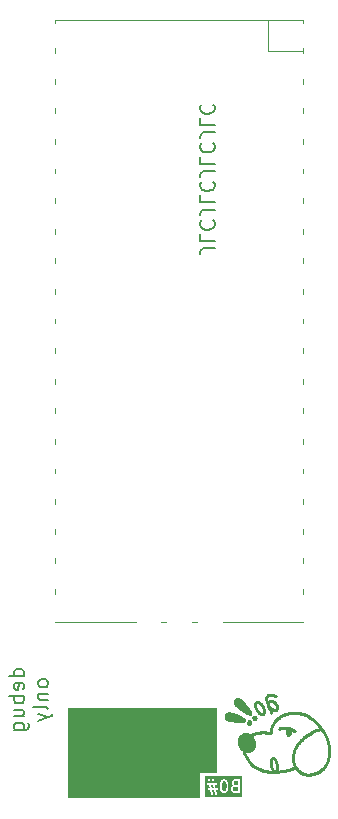
<source format=gbr>
%TF.GenerationSoftware,KiCad,Pcbnew,7.0.9*%
%TF.CreationDate,2024-02-19T16:26:54+08:00*%
%TF.ProjectId,usb3sun,75736233-7375-46e2-9e6b-696361645f70,B0*%
%TF.SameCoordinates,Original*%
%TF.FileFunction,Legend,Bot*%
%TF.FilePolarity,Positive*%
%FSLAX46Y46*%
G04 Gerber Fmt 4.6, Leading zero omitted, Abs format (unit mm)*
G04 Created by KiCad (PCBNEW 7.0.9) date 2024-02-19 16:26:54*
%MOMM*%
%LPD*%
G01*
G04 APERTURE LIST*
%ADD10C,0.250000*%
%ADD11C,0.062500*%
%ADD12C,0.153000*%
%ADD13C,0.120000*%
%ADD14R,1.408000X1.408000*%
%ADD15C,1.408000*%
%ADD16C,3.200000*%
%ADD17R,1.500000X1.500000*%
%ADD18C,1.500000*%
%ADD19C,3.500000*%
%ADD20R,1.700000X1.700000*%
%ADD21O,1.700000X1.700000*%
%ADD22C,0.650000*%
%ADD23O,2.100000X1.000000*%
%ADD24O,1.600000X1.000000*%
%ADD25C,3.600000*%
%ADD26C,5.600000*%
%ADD27R,3.500000X1.700000*%
%ADD28R,1.700000X3.500000*%
G04 APERTURE END LIST*
D10*
X89382676Y-110774751D02*
X89332389Y-110762274D01*
X87022621Y-105041139D02*
X87029869Y-105076158D01*
X90389517Y-106435312D02*
X90501720Y-106555621D01*
X89656865Y-110803895D02*
X89598884Y-110802679D01*
X91379036Y-109377386D02*
X91362864Y-109452451D01*
X91309060Y-107943900D02*
X91340842Y-108053213D01*
X90602625Y-106672871D02*
X90692386Y-106784741D01*
X88458867Y-109912869D02*
X88437812Y-109864194D01*
X85806548Y-105022341D02*
X85832312Y-105068690D01*
X86113295Y-104353082D02*
X86114636Y-104379355D01*
X86969481Y-110451490D02*
X86983151Y-110417795D01*
X85335011Y-107267642D02*
X85413864Y-107252890D01*
X89470391Y-105779081D02*
X89653624Y-105869043D01*
X89145316Y-110692019D02*
X89101903Y-110669640D01*
X91389983Y-108276625D02*
X91405873Y-108389560D01*
X86113575Y-104305615D02*
X86112933Y-104328556D01*
X86733455Y-106424160D02*
X86780992Y-106356458D01*
X87421633Y-106829912D02*
X87387779Y-106837003D01*
X87031742Y-105173496D02*
X87025199Y-105202408D01*
X84475076Y-107808037D02*
X84542816Y-107724025D01*
X88365463Y-105573303D02*
X88490431Y-105570795D01*
X86179931Y-104129007D02*
X86168619Y-104143517D01*
X91193682Y-107632496D02*
X91234746Y-107732960D01*
X87000384Y-105253195D02*
X86981786Y-105274493D01*
X89374142Y-105738896D02*
X89470391Y-105779081D01*
X86499532Y-107280037D02*
X86492307Y-107222656D01*
X87314246Y-105874878D02*
X87400082Y-105826140D01*
X84222414Y-108632672D02*
X84221109Y-108559871D01*
X87683258Y-105701536D02*
X87786219Y-105668083D01*
X88495214Y-110220789D02*
X88412990Y-110253666D01*
X86358985Y-105161310D02*
X86430568Y-105317419D01*
X87029869Y-105076158D02*
X87033914Y-105110082D01*
X91414885Y-109137919D02*
X91405113Y-109220149D01*
X86491119Y-109721216D02*
X86491454Y-109819168D01*
X86252911Y-104704151D02*
X86267654Y-104675030D01*
X89101903Y-110669640D02*
X89059766Y-110645443D01*
X85261194Y-107284445D02*
X85335011Y-107267642D01*
X85430882Y-104662878D02*
X85468512Y-104677614D01*
X84285597Y-108168225D02*
X84306532Y-108110428D01*
X85415329Y-105472206D02*
X85380605Y-105432236D01*
X88667839Y-108376795D02*
X88737627Y-108265387D01*
X90739177Y-110436466D02*
X90690394Y-110471960D01*
X85315302Y-105346151D02*
X85285215Y-105300756D01*
X90832708Y-110360731D02*
X90786635Y-110399380D01*
X86132708Y-104208961D02*
X86126675Y-104226428D01*
X85135514Y-104886511D02*
X85136832Y-104846459D01*
X84368410Y-109244148D02*
X84311090Y-109093795D01*
X88186237Y-110331555D02*
X88045229Y-110373300D01*
X86363897Y-107258173D02*
X86497688Y-107279183D01*
X86491454Y-109819168D02*
X86500756Y-109922004D01*
X90877338Y-110320550D02*
X90832708Y-110360731D01*
X87499467Y-106817328D02*
X87458840Y-106823296D01*
X86455971Y-104556042D02*
X86493057Y-104552263D01*
X86571570Y-109462511D02*
X86551541Y-109488294D01*
X88051973Y-106881086D02*
X88013067Y-106869722D01*
G36*
X80492600Y-105156000D02*
G01*
X81946750Y-105156000D01*
X81946750Y-110642400D01*
X80492600Y-110642400D01*
X80492600Y-105156000D01*
G37*
X87013574Y-106098811D02*
X87082349Y-106039008D01*
X86640337Y-104581100D02*
X86676076Y-104597853D01*
X87786219Y-105668083D02*
X87893470Y-105639111D01*
X91430335Y-108876435D02*
X91427562Y-108966091D01*
X90259499Y-110695025D02*
X90142653Y-110732783D01*
X89482413Y-107522941D02*
X89557061Y-107468171D01*
X87025199Y-105202408D02*
X87014801Y-105229070D01*
X85208154Y-105159487D02*
X85187684Y-105111905D01*
X86154041Y-110523819D02*
X86046859Y-110504868D01*
X90330768Y-107050310D02*
X90479271Y-106984746D01*
X88547376Y-108598795D02*
X88604360Y-108487966D01*
X86116931Y-104407538D02*
X86120154Y-104437795D01*
X91393141Y-109299961D02*
X91379036Y-109377386D01*
X88532400Y-110055495D02*
X88482173Y-109961107D01*
X84267239Y-108228149D02*
X84285597Y-108168225D01*
X86266267Y-104900965D02*
X86253347Y-104866631D01*
X87400082Y-105826140D02*
X87490194Y-105780828D01*
X86486330Y-110558988D02*
X86375312Y-110550854D01*
X91076773Y-110097704D02*
X91040245Y-110145100D01*
X87134273Y-110544737D02*
X87029545Y-110553598D01*
X86574841Y-110228185D02*
X86612387Y-110318926D01*
X87975019Y-106859461D02*
X87901918Y-106842079D01*
X88352272Y-109250764D02*
X88366384Y-109144172D01*
X86702180Y-110464452D02*
X86727136Y-110491036D01*
X85742280Y-110427492D02*
X85646481Y-110395208D01*
X86462011Y-104030247D02*
X86434279Y-104031215D01*
X84686037Y-107580926D02*
X84758320Y-107521756D01*
X87532798Y-110490151D02*
X87338052Y-110520864D01*
X91107413Y-107444485D02*
X91150993Y-107536144D01*
X86120154Y-104437795D02*
X86124282Y-104470288D01*
X85543217Y-104720710D02*
X85579909Y-104748355D01*
X86254276Y-104071926D02*
X86237044Y-104081321D01*
X85347181Y-105390098D02*
X85315302Y-105346151D01*
X86216679Y-104813994D02*
X86285001Y-104989237D01*
D11*
X84669010Y-106196477D02*
X84672797Y-106196650D01*
X84676570Y-106196914D01*
X84680328Y-106197269D01*
X84684069Y-106197713D01*
X84687793Y-106198247D01*
X84691498Y-106198868D01*
X84697804Y-106200133D01*
X84704047Y-106201645D01*
X84710222Y-106203400D01*
X84716324Y-106205392D01*
X84728288Y-106210063D01*
X84739899Y-106215614D01*
X84751119Y-106221999D01*
X84761907Y-106229174D01*
X84772222Y-106237094D01*
X84782027Y-106245714D01*
X84791279Y-106254989D01*
X84799941Y-106264874D01*
X84807971Y-106275325D01*
X84815330Y-106286295D01*
X84821978Y-106297742D01*
X84827875Y-106309619D01*
X84832982Y-106321882D01*
X84837258Y-106334486D01*
X84839662Y-106343230D01*
X84841640Y-106352084D01*
X84843199Y-106361033D01*
X84844345Y-106370059D01*
X84845083Y-106379145D01*
X84845419Y-106388273D01*
X84845360Y-106397427D01*
X84844910Y-106406590D01*
X84844077Y-106415744D01*
X84842866Y-106424873D01*
X84841282Y-106433958D01*
X84839333Y-106442984D01*
X84837022Y-106451933D01*
X84834358Y-106460788D01*
X84831345Y-106469531D01*
X84827989Y-106478147D01*
X84824277Y-106486632D01*
X84820193Y-106494975D01*
X84815737Y-106503145D01*
X84810911Y-106511112D01*
X84805715Y-106518843D01*
X84800149Y-106526308D01*
X84794214Y-106533476D01*
X84787912Y-106540315D01*
X84781243Y-106546795D01*
X84774207Y-106552883D01*
X84766806Y-106558550D01*
X84759040Y-106563764D01*
X84750911Y-106568493D01*
X84742418Y-106572707D01*
X84733562Y-106576375D01*
X84724345Y-106579465D01*
X84715187Y-106581866D01*
X84706036Y-106583646D01*
X84696911Y-106584824D01*
X84687827Y-106585420D01*
X84678803Y-106585453D01*
X84669855Y-106584944D01*
X84661000Y-106583912D01*
X84652256Y-106582376D01*
X84643640Y-106580357D01*
X84635168Y-106577873D01*
X84626859Y-106574946D01*
X84618728Y-106571594D01*
X84610794Y-106567838D01*
X84603073Y-106563696D01*
X84595582Y-106559189D01*
X84588339Y-106554337D01*
X84581338Y-106549161D01*
X84574570Y-106543679D01*
X84568042Y-106537902D01*
X84561764Y-106531842D01*
X84555745Y-106525511D01*
X84549994Y-106518922D01*
X84544521Y-106512085D01*
X84539334Y-106505014D01*
X84534443Y-106497720D01*
X84529856Y-106490215D01*
X84525583Y-106482511D01*
X84521633Y-106474620D01*
X84518014Y-106466553D01*
X84514737Y-106458324D01*
X84511810Y-106449944D01*
X84509242Y-106441424D01*
X84507028Y-106432669D01*
X84505219Y-106423824D01*
X84503809Y-106414907D01*
X84502795Y-106405933D01*
X84502170Y-106396918D01*
X84501930Y-106387878D01*
X84502071Y-106378831D01*
X84502586Y-106369791D01*
X84503472Y-106360775D01*
X84504722Y-106351800D01*
X84506332Y-106342881D01*
X84508298Y-106334035D01*
X84510613Y-106325278D01*
X84513274Y-106316626D01*
X84516274Y-106308095D01*
X84519610Y-106299702D01*
X84523294Y-106291448D01*
X84527345Y-106283345D01*
X84531760Y-106275423D01*
X84536539Y-106267710D01*
X84541678Y-106260237D01*
X84547178Y-106253034D01*
X84553037Y-106246128D01*
X84559253Y-106239551D01*
X84565825Y-106233331D01*
X84572751Y-106227499D01*
X84580030Y-106222084D01*
X84587661Y-106217114D01*
X84595642Y-106212621D01*
X84603971Y-106208633D01*
X84612648Y-106205180D01*
X84621670Y-106202291D01*
X84626671Y-106200966D01*
X84631665Y-106199814D01*
X84636651Y-106198832D01*
X84641627Y-106198020D01*
X84646592Y-106197374D01*
X84651543Y-106196892D01*
X84656478Y-106196572D01*
X84661397Y-106196413D01*
X84665209Y-106196398D01*
X84669010Y-106196477D01*
G36*
X84669010Y-106196477D02*
G01*
X84672797Y-106196650D01*
X84676570Y-106196914D01*
X84680328Y-106197269D01*
X84684069Y-106197713D01*
X84687793Y-106198247D01*
X84691498Y-106198868D01*
X84697804Y-106200133D01*
X84704047Y-106201645D01*
X84710222Y-106203400D01*
X84716324Y-106205392D01*
X84728288Y-106210063D01*
X84739899Y-106215614D01*
X84751119Y-106221999D01*
X84761907Y-106229174D01*
X84772222Y-106237094D01*
X84782027Y-106245714D01*
X84791279Y-106254989D01*
X84799941Y-106264874D01*
X84807971Y-106275325D01*
X84815330Y-106286295D01*
X84821978Y-106297742D01*
X84827875Y-106309619D01*
X84832982Y-106321882D01*
X84837258Y-106334486D01*
X84839662Y-106343230D01*
X84841640Y-106352084D01*
X84843199Y-106361033D01*
X84844345Y-106370059D01*
X84845083Y-106379145D01*
X84845419Y-106388273D01*
X84845360Y-106397427D01*
X84844910Y-106406590D01*
X84844077Y-106415744D01*
X84842866Y-106424873D01*
X84841282Y-106433958D01*
X84839333Y-106442984D01*
X84837022Y-106451933D01*
X84834358Y-106460788D01*
X84831345Y-106469531D01*
X84827989Y-106478147D01*
X84824277Y-106486632D01*
X84820193Y-106494975D01*
X84815737Y-106503145D01*
X84810911Y-106511112D01*
X84805715Y-106518843D01*
X84800149Y-106526308D01*
X84794214Y-106533476D01*
X84787912Y-106540315D01*
X84781243Y-106546795D01*
X84774207Y-106552883D01*
X84766806Y-106558550D01*
X84759040Y-106563764D01*
X84750911Y-106568493D01*
X84742418Y-106572707D01*
X84733562Y-106576375D01*
X84724345Y-106579465D01*
X84715187Y-106581866D01*
X84706036Y-106583646D01*
X84696911Y-106584824D01*
X84687827Y-106585420D01*
X84678803Y-106585453D01*
X84669855Y-106584944D01*
X84661000Y-106583912D01*
X84652256Y-106582376D01*
X84643640Y-106580357D01*
X84635168Y-106577873D01*
X84626859Y-106574946D01*
X84618728Y-106571594D01*
X84610794Y-106567838D01*
X84603073Y-106563696D01*
X84595582Y-106559189D01*
X84588339Y-106554337D01*
X84581338Y-106549161D01*
X84574570Y-106543679D01*
X84568042Y-106537902D01*
X84561764Y-106531842D01*
X84555745Y-106525511D01*
X84549994Y-106518922D01*
X84544521Y-106512085D01*
X84539334Y-106505014D01*
X84534443Y-106497720D01*
X84529856Y-106490215D01*
X84525583Y-106482511D01*
X84521633Y-106474620D01*
X84518014Y-106466553D01*
X84514737Y-106458324D01*
X84511810Y-106449944D01*
X84509242Y-106441424D01*
X84507028Y-106432669D01*
X84505219Y-106423824D01*
X84503809Y-106414907D01*
X84502795Y-106405933D01*
X84502170Y-106396918D01*
X84501930Y-106387878D01*
X84502071Y-106378831D01*
X84502586Y-106369791D01*
X84503472Y-106360775D01*
X84504722Y-106351800D01*
X84506332Y-106342881D01*
X84508298Y-106334035D01*
X84510613Y-106325278D01*
X84513274Y-106316626D01*
X84516274Y-106308095D01*
X84519610Y-106299702D01*
X84523294Y-106291448D01*
X84527345Y-106283345D01*
X84531760Y-106275423D01*
X84536539Y-106267710D01*
X84541678Y-106260237D01*
X84547178Y-106253034D01*
X84553037Y-106246128D01*
X84559253Y-106239551D01*
X84565825Y-106233331D01*
X84572751Y-106227499D01*
X84580030Y-106222084D01*
X84587661Y-106217114D01*
X84595642Y-106212621D01*
X84603971Y-106208633D01*
X84612648Y-106205180D01*
X84621670Y-106202291D01*
X84626671Y-106200966D01*
X84631665Y-106199814D01*
X84636651Y-106198832D01*
X84641627Y-106198020D01*
X84646592Y-106197374D01*
X84651543Y-106196892D01*
X84656478Y-106196572D01*
X84661397Y-106196413D01*
X84665209Y-106196398D01*
X84669010Y-106196477D01*
G37*
D10*
X85685045Y-104851392D02*
X85717805Y-104891247D01*
X86519090Y-106905380D02*
X86537057Y-106837697D01*
X88845803Y-105597530D02*
X88957814Y-105616896D01*
X86912656Y-104154268D02*
X86856017Y-104130970D01*
X88241009Y-105581716D02*
X88365463Y-105573303D01*
X87901918Y-106842079D02*
X87833511Y-106828603D01*
X86168619Y-104143517D02*
X86157825Y-104159540D01*
X88490431Y-105570795D02*
X88612131Y-105574190D01*
X88979191Y-110591816D02*
X88903327Y-110531571D01*
X87082349Y-106039008D02*
X87155383Y-105981575D01*
X85935803Y-105513398D02*
X85926524Y-105548130D01*
X86888787Y-106224475D02*
X86949055Y-106160722D01*
X89839735Y-110793058D02*
X89777772Y-110799025D01*
X86351208Y-105037107D02*
X86325554Y-105003690D01*
X86779388Y-110529680D02*
X86806494Y-110540949D01*
X85231395Y-105207064D02*
X85208154Y-105159487D01*
X88366384Y-109144172D02*
X88388106Y-109036613D01*
X86815514Y-110564149D02*
X86706651Y-110565431D01*
X86944036Y-104859759D02*
X86964856Y-104895910D01*
X85926524Y-105548130D02*
X85912910Y-105579663D01*
X89983573Y-106079217D02*
X90130597Y-106194790D01*
X86805615Y-105320745D02*
X86770109Y-105314579D01*
X86612387Y-110318926D02*
X86633140Y-110360395D01*
X85168710Y-104742844D02*
X85189460Y-104715020D01*
X85562324Y-105603189D02*
X85524851Y-105575498D01*
X86596850Y-110563779D02*
X86486330Y-110558988D01*
X86375312Y-110550854D02*
X86264015Y-110539173D01*
X87329872Y-106851907D02*
X87305686Y-106859371D01*
X88415774Y-107041183D02*
X88355448Y-107009532D01*
X87266523Y-106873452D02*
X87239200Y-106885239D01*
X88482173Y-109961107D02*
X88458867Y-109912869D01*
X91111504Y-110048956D02*
X91076773Y-110097704D01*
X85393323Y-104653160D02*
X85430882Y-104662878D01*
X88375638Y-109665388D02*
X88357453Y-109563703D01*
X86733648Y-105304999D02*
X86696518Y-105292224D01*
X86965142Y-104177012D02*
X86912656Y-104154268D01*
X87305686Y-106859371D02*
X87266523Y-106873452D01*
X87714133Y-106812023D02*
X87664840Y-106808246D01*
X86237044Y-104081321D02*
X86220991Y-104091715D01*
X89186775Y-107769059D02*
X89259011Y-107704683D01*
X88285501Y-106974960D02*
X88247984Y-106957435D01*
X86243492Y-104734689D02*
X86252911Y-104704151D01*
X86633140Y-110360395D02*
X86655087Y-110398736D01*
X85463607Y-110321532D02*
X85292506Y-110236411D01*
X90501720Y-106555621D02*
X90602625Y-106672871D01*
X86556341Y-104036981D02*
X86522104Y-104032102D01*
X86727136Y-110491036D02*
X86752903Y-110512910D01*
X85215683Y-104691155D02*
X85247622Y-104671608D01*
X88701383Y-110315482D02*
X88641743Y-110233118D01*
X86616247Y-106630940D02*
X86651087Y-106561664D01*
X86282798Y-104935399D02*
X86266267Y-104900965D01*
X86139894Y-104192100D02*
X86132708Y-104208961D01*
X86983151Y-110417795D02*
X86994364Y-110380139D01*
X91344692Y-109525187D02*
X91324586Y-109595623D01*
X86129288Y-104505181D02*
X86142459Y-104573177D01*
X89598884Y-110802679D02*
X89542507Y-110799103D01*
X87888146Y-110414737D02*
X87716749Y-110454232D01*
X85840957Y-110456600D02*
X85742280Y-110427492D01*
X86934531Y-110505264D02*
X86953294Y-110480790D01*
X89018873Y-110619484D02*
X88979191Y-110591816D01*
X90749490Y-106862324D02*
X90750089Y-106859893D01*
X86895883Y-104789664D02*
X86920991Y-104824247D01*
X86302656Y-104969714D02*
X86282798Y-104935399D01*
X86505332Y-106972005D02*
X86519090Y-106905380D01*
X88321464Y-106992440D02*
X88285501Y-106974960D01*
X85778748Y-104977079D02*
X85806548Y-105022341D01*
X91273450Y-107836955D02*
X91309060Y-107943900D01*
X87357214Y-106844392D02*
X87329872Y-106851907D01*
X89283542Y-110747708D02*
X89236103Y-110731107D01*
X86382619Y-104578809D02*
X86419104Y-104564794D01*
X88417252Y-108928192D02*
X88453636Y-108819012D01*
X88925391Y-108029431D02*
X88985373Y-107965117D01*
X90130597Y-106194790D02*
X90265860Y-106314262D01*
X91256132Y-109785954D02*
X91231273Y-109841022D01*
X88604360Y-108487966D02*
X88667839Y-108376795D01*
X88355448Y-107009532D02*
X88321464Y-106992440D01*
X85553583Y-110359853D02*
X85463607Y-110321532D01*
X86475671Y-105160794D02*
X86441849Y-105131809D01*
X84758320Y-107521756D02*
X84828920Y-107470782D01*
X86547016Y-105213575D02*
X86510822Y-105188123D01*
X90640345Y-110505833D02*
X90589088Y-110538054D01*
X86493057Y-104552263D02*
X86530200Y-104553168D01*
X88612131Y-105574190D02*
X88730582Y-105583198D01*
X88819846Y-108152878D02*
X88870011Y-108092220D01*
X91405873Y-108389560D02*
X91416097Y-108492178D01*
X85886584Y-107219601D02*
X85997401Y-107222979D01*
D11*
X84412902Y-107281393D02*
X84440965Y-107283266D01*
X84468881Y-107286325D01*
X84496609Y-107290560D01*
X84524105Y-107295960D01*
X84551329Y-107302516D01*
X84578237Y-107310220D01*
X84604789Y-107319060D01*
X84630940Y-107329029D01*
X84656650Y-107340115D01*
X84681876Y-107352309D01*
X84706577Y-107365603D01*
X84730709Y-107379986D01*
X84754231Y-107395448D01*
X84777101Y-107411981D01*
X84799276Y-107429574D01*
X84837027Y-107462707D01*
X84872954Y-107497768D01*
X84907013Y-107534641D01*
X84939160Y-107573209D01*
X84969350Y-107613355D01*
X84997537Y-107654963D01*
X85023678Y-107697915D01*
X85047728Y-107742096D01*
X85069642Y-107787387D01*
X85089376Y-107833672D01*
X85106885Y-107880835D01*
X85122124Y-107928758D01*
X85135049Y-107977325D01*
X85145616Y-108026419D01*
X85153778Y-108075923D01*
X85159493Y-108125720D01*
X85161390Y-108152458D01*
X85162217Y-108179262D01*
X85161987Y-108206094D01*
X85160715Y-108232916D01*
X85158413Y-108259689D01*
X85155095Y-108286374D01*
X85150774Y-108312932D01*
X85145465Y-108339325D01*
X85139180Y-108365514D01*
X85131933Y-108391461D01*
X85123737Y-108417126D01*
X85114607Y-108442471D01*
X85104555Y-108467458D01*
X85093595Y-108492048D01*
X85081740Y-108516202D01*
X85069005Y-108539881D01*
X85055402Y-108563046D01*
X85040946Y-108585660D01*
X85025649Y-108607683D01*
X85009524Y-108629077D01*
X84992587Y-108649803D01*
X84974849Y-108669823D01*
X84956325Y-108689096D01*
X84937029Y-108707586D01*
X84916972Y-108725254D01*
X84896170Y-108742060D01*
X84874636Y-108757966D01*
X84852382Y-108772933D01*
X84829423Y-108786923D01*
X84805772Y-108799897D01*
X84781443Y-108811816D01*
X84756449Y-108822642D01*
X84728950Y-108833084D01*
X84701131Y-108842215D01*
X84673032Y-108850053D01*
X84644692Y-108856617D01*
X84616149Y-108861925D01*
X84587443Y-108865994D01*
X84558613Y-108868844D01*
X84529697Y-108870492D01*
X84500735Y-108870957D01*
X84471766Y-108870258D01*
X84442829Y-108868412D01*
X84413962Y-108865437D01*
X84356597Y-108856177D01*
X84299983Y-108842624D01*
X84244433Y-108824924D01*
X84190258Y-108803223D01*
X84137770Y-108777668D01*
X84087282Y-108748405D01*
X84039107Y-108715581D01*
X83993555Y-108679342D01*
X83971860Y-108659987D01*
X83950939Y-108639834D01*
X83930830Y-108618900D01*
X83911572Y-108597204D01*
X83877472Y-108555754D01*
X83845693Y-108512271D01*
X83816348Y-108466938D01*
X83789551Y-108419937D01*
X83765413Y-108371452D01*
X83744048Y-108321665D01*
X83725569Y-108270758D01*
X83710089Y-108218915D01*
X83697720Y-108166318D01*
X83688575Y-108113149D01*
X83682768Y-108059593D01*
X83680410Y-108005830D01*
X83681616Y-107952044D01*
X83686498Y-107898418D01*
X83695168Y-107845134D01*
X83707740Y-107792375D01*
X83715484Y-107766391D01*
X83724289Y-107740800D01*
X83744973Y-107690900D01*
X83769557Y-107642880D01*
X83797808Y-107596943D01*
X83829494Y-107553293D01*
X83864381Y-107512132D01*
X83902236Y-107473665D01*
X83942825Y-107438095D01*
X83985916Y-107405625D01*
X84031275Y-107376458D01*
X84078669Y-107350799D01*
X84127865Y-107328851D01*
X84178629Y-107310816D01*
X84230728Y-107296899D01*
X84257206Y-107291549D01*
X84283929Y-107287304D01*
X84310870Y-107284190D01*
X84337999Y-107282232D01*
X84349689Y-107281540D01*
X84361376Y-107281058D01*
X84373059Y-107280783D01*
X84384734Y-107280714D01*
X84412902Y-107281393D01*
G36*
X84412902Y-107281393D02*
G01*
X84440965Y-107283266D01*
X84468881Y-107286325D01*
X84496609Y-107290560D01*
X84524105Y-107295960D01*
X84551329Y-107302516D01*
X84578237Y-107310220D01*
X84604789Y-107319060D01*
X84630940Y-107329029D01*
X84656650Y-107340115D01*
X84681876Y-107352309D01*
X84706577Y-107365603D01*
X84730709Y-107379986D01*
X84754231Y-107395448D01*
X84777101Y-107411981D01*
X84799276Y-107429574D01*
X84837027Y-107462707D01*
X84872954Y-107497768D01*
X84907013Y-107534641D01*
X84939160Y-107573209D01*
X84969350Y-107613355D01*
X84997537Y-107654963D01*
X85023678Y-107697915D01*
X85047728Y-107742096D01*
X85069642Y-107787387D01*
X85089376Y-107833672D01*
X85106885Y-107880835D01*
X85122124Y-107928758D01*
X85135049Y-107977325D01*
X85145616Y-108026419D01*
X85153778Y-108075923D01*
X85159493Y-108125720D01*
X85161390Y-108152458D01*
X85162217Y-108179262D01*
X85161987Y-108206094D01*
X85160715Y-108232916D01*
X85158413Y-108259689D01*
X85155095Y-108286374D01*
X85150774Y-108312932D01*
X85145465Y-108339325D01*
X85139180Y-108365514D01*
X85131933Y-108391461D01*
X85123737Y-108417126D01*
X85114607Y-108442471D01*
X85104555Y-108467458D01*
X85093595Y-108492048D01*
X85081740Y-108516202D01*
X85069005Y-108539881D01*
X85055402Y-108563046D01*
X85040946Y-108585660D01*
X85025649Y-108607683D01*
X85009524Y-108629077D01*
X84992587Y-108649803D01*
X84974849Y-108669823D01*
X84956325Y-108689096D01*
X84937029Y-108707586D01*
X84916972Y-108725254D01*
X84896170Y-108742060D01*
X84874636Y-108757966D01*
X84852382Y-108772933D01*
X84829423Y-108786923D01*
X84805772Y-108799897D01*
X84781443Y-108811816D01*
X84756449Y-108822642D01*
X84728950Y-108833084D01*
X84701131Y-108842215D01*
X84673032Y-108850053D01*
X84644692Y-108856617D01*
X84616149Y-108861925D01*
X84587443Y-108865994D01*
X84558613Y-108868844D01*
X84529697Y-108870492D01*
X84500735Y-108870957D01*
X84471766Y-108870258D01*
X84442829Y-108868412D01*
X84413962Y-108865437D01*
X84356597Y-108856177D01*
X84299983Y-108842624D01*
X84244433Y-108824924D01*
X84190258Y-108803223D01*
X84137770Y-108777668D01*
X84087282Y-108748405D01*
X84039107Y-108715581D01*
X83993555Y-108679342D01*
X83971860Y-108659987D01*
X83950939Y-108639834D01*
X83930830Y-108618900D01*
X83911572Y-108597204D01*
X83877472Y-108555754D01*
X83845693Y-108512271D01*
X83816348Y-108466938D01*
X83789551Y-108419937D01*
X83765413Y-108371452D01*
X83744048Y-108321665D01*
X83725569Y-108270758D01*
X83710089Y-108218915D01*
X83697720Y-108166318D01*
X83688575Y-108113149D01*
X83682768Y-108059593D01*
X83680410Y-108005830D01*
X83681616Y-107952044D01*
X83686498Y-107898418D01*
X83695168Y-107845134D01*
X83707740Y-107792375D01*
X83715484Y-107766391D01*
X83724289Y-107740800D01*
X83744973Y-107690900D01*
X83769557Y-107642880D01*
X83797808Y-107596943D01*
X83829494Y-107553293D01*
X83864381Y-107512132D01*
X83902236Y-107473665D01*
X83942825Y-107438095D01*
X83985916Y-107405625D01*
X84031275Y-107376458D01*
X84078669Y-107350799D01*
X84127865Y-107328851D01*
X84178629Y-107310816D01*
X84230728Y-107296899D01*
X84257206Y-107291549D01*
X84283929Y-107287304D01*
X84310870Y-107284190D01*
X84337999Y-107282232D01*
X84349689Y-107281540D01*
X84361376Y-107281058D01*
X84373059Y-107280783D01*
X84384734Y-107280714D01*
X84412902Y-107281393D01*
G37*
D10*
X86567236Y-104558469D02*
X86604003Y-104567876D01*
X88831913Y-110465144D02*
X88764686Y-110392969D01*
X86244324Y-104832617D02*
X86239484Y-104799142D01*
X91020518Y-107277568D02*
X91063677Y-107358099D01*
X88554323Y-110194133D02*
X88495214Y-110220789D01*
X89653624Y-105869043D02*
X89824634Y-105969861D01*
X85189460Y-104715020D02*
X85215683Y-104691155D01*
X86953294Y-110480790D02*
X86969481Y-110451490D01*
X87664840Y-106808246D02*
X87623597Y-106807028D01*
X91001978Y-110191112D02*
X90962032Y-110235711D01*
X88418986Y-109815096D02*
X88402363Y-109765587D01*
X84306532Y-108110428D02*
X84329845Y-108054754D01*
X86862189Y-110545404D02*
X86889038Y-110538003D01*
X89777772Y-110799025D02*
X89716483Y-110802695D01*
X84412050Y-107900414D02*
X84475076Y-107808037D01*
X90688993Y-106894518D02*
X90739840Y-106869696D01*
X85942490Y-110482427D02*
X85840957Y-110456600D01*
X86981786Y-105274493D02*
X86958844Y-105292676D01*
X86923219Y-110560137D02*
X86815514Y-110564149D01*
X89332389Y-110762274D02*
X89283542Y-110747708D01*
X88120861Y-105595664D02*
X88241009Y-105581716D01*
X87232681Y-105926778D02*
X87314246Y-105874878D01*
X85487698Y-105544197D02*
X85451109Y-105509646D01*
X85599870Y-105626908D02*
X85562324Y-105603189D01*
X84329845Y-108054754D02*
X84355335Y-108001197D01*
X86495779Y-107037309D02*
X86505332Y-106972005D01*
X84311090Y-109093795D02*
X84267280Y-108940389D01*
X89962459Y-110774947D02*
X89901317Y-110785022D01*
X86752903Y-110512910D02*
X86779388Y-110529680D01*
X86314253Y-104621922D02*
X86346680Y-104598374D01*
X88437812Y-109864194D02*
X88418986Y-109815096D01*
X85681473Y-107223713D02*
X85781302Y-107219938D01*
X86794518Y-109460663D02*
X86767912Y-109439655D01*
X84619696Y-109668509D02*
X84522887Y-109532345D01*
X86999167Y-104968978D02*
X87012333Y-105005317D01*
X86148258Y-104175680D02*
X86139894Y-104192100D01*
G36*
X69342000Y-105156000D02*
G01*
X80518000Y-105156000D01*
X80518000Y-112776000D01*
X69342000Y-112776000D01*
X69342000Y-105156000D01*
G37*
X90750089Y-106859893D02*
X90747761Y-106858298D01*
X86551541Y-109488294D02*
X86534516Y-109518461D01*
X86192432Y-104115546D02*
X86179931Y-104129007D01*
X86313021Y-104049605D02*
X86292267Y-104056080D01*
X88402363Y-109765587D02*
X88375638Y-109665388D01*
X85192331Y-107303022D02*
X85261194Y-107284445D01*
X86409641Y-105101386D02*
X86379332Y-105069745D01*
X89274779Y-105702295D02*
X89374142Y-105738896D01*
X86866869Y-109552650D02*
X86844056Y-109517593D01*
X86441849Y-105131809D02*
X86409641Y-105101386D01*
X86530200Y-104553168D02*
X86567236Y-104558469D01*
X86621393Y-105257970D02*
X86583968Y-105236931D01*
X88463078Y-107067179D02*
X88415774Y-107041183D01*
X86592913Y-104044371D02*
X86556341Y-104036981D01*
X85145365Y-104972723D02*
X85138440Y-104928719D01*
X86834126Y-110546322D02*
X86862189Y-110545404D01*
X87458840Y-106823296D02*
X87421633Y-106829912D01*
X88596157Y-110166017D02*
X88595797Y-110169387D01*
X88045229Y-110373300D02*
X87888146Y-110414737D01*
X85156045Y-105018162D02*
X85145365Y-104972723D01*
X86778090Y-104666396D02*
X86809817Y-104694376D01*
X88005016Y-105614884D02*
X88120861Y-105595664D01*
X89542507Y-110799103D02*
X89487702Y-110793220D01*
X85413864Y-107252890D02*
X85497837Y-107240466D01*
X91231273Y-109841022D02*
X91204322Y-109894887D01*
X86239112Y-104766426D02*
X86243492Y-104734689D01*
X86872624Y-105321956D02*
X86839882Y-105323277D01*
X87893470Y-105639111D02*
X88005016Y-105614884D01*
X85651014Y-104814053D02*
X85685045Y-104851392D01*
X89630774Y-107417312D02*
X89702938Y-107370970D01*
X87029545Y-110553598D02*
X86923219Y-110560137D01*
X87584585Y-105739205D02*
X87683258Y-105701536D01*
X85933402Y-105349617D02*
X85939547Y-105393576D01*
X91144378Y-109998883D02*
X91111504Y-110048956D01*
X87387779Y-106837003D02*
X87357214Y-106844392D01*
X87033914Y-105110082D02*
X87034593Y-105142625D01*
X88247984Y-106957435D02*
X88209338Y-106940205D01*
X90083186Y-110748798D02*
X90023102Y-110762862D01*
X88497073Y-108709179D02*
X88547376Y-108598795D01*
X88013067Y-106869722D02*
X87975019Y-106859461D01*
X85912910Y-105579663D02*
X85894769Y-105607638D01*
X85153185Y-104774265D02*
X85168710Y-104742844D01*
X86543212Y-110129675D02*
X86574841Y-110228185D01*
X86157825Y-104159540D02*
X86148258Y-104175680D01*
X91150993Y-107536144D02*
X91193682Y-107632496D01*
X89332773Y-107641801D02*
X89407445Y-107581019D01*
X88357453Y-109563703D02*
X88347620Y-109460634D01*
X90978671Y-107203473D02*
X91020518Y-107277568D01*
X86681464Y-109411645D02*
X86650636Y-109415420D01*
X86407704Y-104033069D02*
X86382289Y-104035823D01*
X89434436Y-110785084D02*
X89382676Y-110774751D01*
X86920991Y-104824247D02*
X86944036Y-104859759D01*
X86832768Y-106289809D02*
X86888787Y-106224475D01*
X91362864Y-109452451D02*
X91344692Y-109525187D01*
X91427562Y-108966091D02*
X91422390Y-109053243D01*
X86709701Y-104077387D02*
X86670287Y-104064996D01*
X86518263Y-110026561D02*
X86543212Y-110129675D01*
X88730582Y-105583198D02*
X88845803Y-105597530D01*
X85997401Y-107222979D02*
X86113837Y-107230348D01*
X86650636Y-109415420D02*
X86621023Y-109425679D01*
X85876964Y-105163222D02*
X85895469Y-105210691D01*
X90920466Y-110278867D02*
X90877338Y-110320550D01*
X86434279Y-104031215D02*
X86407704Y-104033069D01*
X85506020Y-104697010D02*
X85543217Y-104720710D01*
X89190038Y-110712526D02*
X89145316Y-110692019D01*
X86522104Y-104032102D02*
X86506078Y-104030735D01*
X89772937Y-107329748D02*
X89972415Y-107222732D01*
X86983287Y-104932413D02*
X86999167Y-104968978D01*
X90692386Y-106784741D02*
X90839093Y-106983064D01*
X85894769Y-105607638D02*
X85871910Y-105631699D01*
X89824634Y-105969861D02*
X89983573Y-106079217D01*
X90786635Y-110399380D02*
X90739177Y-110436466D01*
X86786515Y-104104218D02*
X86748675Y-104090601D01*
X89407445Y-107581019D02*
X89482413Y-107522941D01*
X89972415Y-107222732D02*
X90160087Y-107129613D01*
X89049341Y-107899880D02*
X89116680Y-107834326D01*
X91423589Y-108592145D02*
X91428415Y-108689491D01*
X88347620Y-109460634D02*
X88345955Y-109356287D01*
X84851588Y-109920772D02*
X84729320Y-109798264D01*
X86046859Y-110504868D02*
X85942490Y-110482427D01*
X84896237Y-107427963D02*
X84958672Y-107393257D01*
X89236103Y-110731107D02*
X89190038Y-110712526D01*
X84267280Y-108940389D02*
X84237154Y-108784772D01*
X84522887Y-109532345D02*
X84439067Y-109390612D01*
X84439067Y-109390612D02*
X84368410Y-109244148D01*
X85646481Y-110395208D02*
X85553583Y-110359853D01*
X87014801Y-105229070D02*
X87000384Y-105253195D01*
X85128337Y-107323095D02*
X85192331Y-107303022D01*
X87591243Y-106808035D02*
X87543580Y-106812182D01*
X88453636Y-108819012D02*
X88497073Y-108709179D01*
X87009072Y-110041918D02*
X86994562Y-109934264D01*
X85717805Y-104891247D02*
X85749103Y-104933262D01*
X84355335Y-108001197D02*
X84412050Y-107900414D01*
X88309411Y-110291133D02*
X88186237Y-110331555D01*
X90589088Y-110538054D02*
X90483189Y-110597421D01*
X86748675Y-104090601D02*
X86709701Y-104077387D01*
X87003180Y-110338953D02*
X87009658Y-110294669D01*
X85187684Y-105111905D02*
X85170233Y-105064676D01*
X91430642Y-108784245D02*
X91430335Y-108876435D01*
X86676076Y-104597853D02*
X86711056Y-104617846D01*
X86112933Y-104328556D02*
X86113295Y-104353082D01*
X86491684Y-105444766D02*
X86550255Y-105561999D01*
X86162087Y-104648377D02*
X86187163Y-104729183D01*
X86490426Y-107101028D02*
X86495779Y-107037309D01*
X88764686Y-110392969D02*
X88701383Y-110315482D01*
X90142653Y-110732783D02*
X90083186Y-110748798D01*
X84729320Y-109798264D02*
X84619696Y-109668509D01*
X86670287Y-104064996D02*
X86631126Y-104053850D01*
X86142459Y-104573177D02*
X86162087Y-104648377D01*
X90962032Y-110235711D02*
X90920466Y-110278867D01*
X85069129Y-107344388D02*
X85128337Y-107323095D01*
X86206120Y-104103119D02*
X86192432Y-104115546D01*
X85292506Y-110236411D02*
X85133354Y-110140684D01*
X87770637Y-106818696D02*
X87714133Y-106812023D01*
X88585503Y-110146310D02*
X88532400Y-110055495D01*
X86520400Y-109552616D02*
X86509097Y-109590365D01*
X86272684Y-104063516D02*
X86254276Y-104071926D01*
X86840133Y-104724439D02*
X86868877Y-104756298D01*
D11*
X83001138Y-105531021D02*
X83023292Y-105531962D01*
X83045441Y-105533535D01*
X83067592Y-105535629D01*
X83089752Y-105538133D01*
X83111928Y-105540937D01*
X83156353Y-105547002D01*
X83177398Y-105550683D01*
X83202311Y-105556400D01*
X83230879Y-105564059D01*
X83262895Y-105573566D01*
X83298147Y-105584828D01*
X83336427Y-105597749D01*
X83377523Y-105612238D01*
X83421227Y-105628198D01*
X83514875Y-105664138D01*
X83564007Y-105683908D01*
X83614213Y-105704741D01*
X83665144Y-105726533D01*
X83716454Y-105749181D01*
X83767793Y-105772581D01*
X83818813Y-105796631D01*
X83869159Y-105821220D01*
X83918485Y-105846249D01*
X83966458Y-105871638D01*
X84012741Y-105897305D01*
X84056999Y-105923167D01*
X84098899Y-105949143D01*
X84138105Y-105975151D01*
X84156593Y-105988141D01*
X84174282Y-106001108D01*
X84191134Y-106014038D01*
X84207116Y-106026933D01*
X84214768Y-106033374D01*
X84222188Y-106039813D01*
X84229371Y-106046253D01*
X84236312Y-106052696D01*
X84243007Y-106059144D01*
X84249451Y-106065599D01*
X84255640Y-106072065D01*
X84261567Y-106078543D01*
X84267229Y-106085035D01*
X84272621Y-106091545D01*
X84277739Y-106098073D01*
X84282576Y-106104623D01*
X84287140Y-106111236D01*
X84291422Y-106117946D01*
X84295402Y-106124745D01*
X84299056Y-106131625D01*
X84302362Y-106138578D01*
X84305299Y-106145593D01*
X84307843Y-106152665D01*
X84309973Y-106159783D01*
X84311667Y-106166940D01*
X84312901Y-106174126D01*
X84313653Y-106181335D01*
X84313902Y-106188556D01*
X84313625Y-106195783D01*
X84312800Y-106203006D01*
X84311404Y-106210216D01*
X84309416Y-106217407D01*
X84306814Y-106224560D01*
X84303702Y-106231381D01*
X84300100Y-106237880D01*
X84296032Y-106244067D01*
X84291519Y-106249951D01*
X84286584Y-106255543D01*
X84281248Y-106260852D01*
X84275534Y-106265888D01*
X84269463Y-106270660D01*
X84263059Y-106275179D01*
X84256342Y-106279453D01*
X84249336Y-106283493D01*
X84242061Y-106287309D01*
X84234541Y-106290909D01*
X84226798Y-106294305D01*
X84218853Y-106297505D01*
X84202274Y-106303417D01*
X84184709Y-106308747D01*
X84166184Y-106313528D01*
X84146724Y-106317787D01*
X84126355Y-106321557D01*
X84105101Y-106324866D01*
X84082989Y-106327744D01*
X84060045Y-106330223D01*
X84011803Y-106334041D01*
X83960725Y-106336408D01*
X83907169Y-106337423D01*
X83851492Y-106337186D01*
X83794051Y-106335796D01*
X83735205Y-106333352D01*
X83675309Y-106329954D01*
X83614723Y-106325701D01*
X83553819Y-106320682D01*
X83492981Y-106314978D01*
X83372997Y-106301874D01*
X83257757Y-106287102D01*
X83150249Y-106271376D01*
X83100399Y-106263408D01*
X83053692Y-106255504D01*
X83010423Y-106247722D01*
X82970885Y-106240120D01*
X82935372Y-106232755D01*
X82904178Y-106225685D01*
X82877595Y-106218967D01*
X82855919Y-106212659D01*
X82837156Y-106206170D01*
X82818621Y-106198722D01*
X82800366Y-106190347D01*
X82782445Y-106181079D01*
X82764909Y-106170949D01*
X82747812Y-106159989D01*
X82731205Y-106148232D01*
X82715143Y-106135710D01*
X82699676Y-106122456D01*
X82684858Y-106108500D01*
X82670742Y-106093877D01*
X82657380Y-106078617D01*
X82644824Y-106062754D01*
X82633128Y-106046319D01*
X82622343Y-106029345D01*
X82612523Y-106011864D01*
X82603770Y-105993865D01*
X82596189Y-105975356D01*
X82589837Y-105956398D01*
X82584772Y-105937053D01*
X82581052Y-105917380D01*
X82578733Y-105897441D01*
X82577873Y-105877296D01*
X82578529Y-105857008D01*
X82580759Y-105836635D01*
X82584619Y-105816240D01*
X82590168Y-105795883D01*
X82597462Y-105775624D01*
X82606559Y-105755526D01*
X82611802Y-105745556D01*
X82617516Y-105735648D01*
X82623710Y-105725811D01*
X82630391Y-105716052D01*
X82637565Y-105706379D01*
X82645241Y-105696799D01*
X82660453Y-105679174D01*
X82675773Y-105662721D01*
X82691193Y-105647410D01*
X82706708Y-105633209D01*
X82722312Y-105620088D01*
X82738000Y-105608014D01*
X82753765Y-105596958D01*
X82769602Y-105586888D01*
X82785504Y-105577772D01*
X82801466Y-105569581D01*
X82817482Y-105562282D01*
X82833546Y-105555844D01*
X82849652Y-105550237D01*
X82865794Y-105545429D01*
X82881967Y-105541390D01*
X82898165Y-105538088D01*
X82908290Y-105536377D01*
X82918408Y-105534918D01*
X82928518Y-105533698D01*
X82938621Y-105532709D01*
X82948717Y-105531937D01*
X82958808Y-105531372D01*
X82968893Y-105531004D01*
X82978974Y-105530821D01*
X83001138Y-105531021D01*
G36*
X83001138Y-105531021D02*
G01*
X83023292Y-105531962D01*
X83045441Y-105533535D01*
X83067592Y-105535629D01*
X83089752Y-105538133D01*
X83111928Y-105540937D01*
X83156353Y-105547002D01*
X83177398Y-105550683D01*
X83202311Y-105556400D01*
X83230879Y-105564059D01*
X83262895Y-105573566D01*
X83298147Y-105584828D01*
X83336427Y-105597749D01*
X83377523Y-105612238D01*
X83421227Y-105628198D01*
X83514875Y-105664138D01*
X83564007Y-105683908D01*
X83614213Y-105704741D01*
X83665144Y-105726533D01*
X83716454Y-105749181D01*
X83767793Y-105772581D01*
X83818813Y-105796631D01*
X83869159Y-105821220D01*
X83918485Y-105846249D01*
X83966458Y-105871638D01*
X84012741Y-105897305D01*
X84056999Y-105923167D01*
X84098899Y-105949143D01*
X84138105Y-105975151D01*
X84156593Y-105988141D01*
X84174282Y-106001108D01*
X84191134Y-106014038D01*
X84207116Y-106026933D01*
X84214768Y-106033374D01*
X84222188Y-106039813D01*
X84229371Y-106046253D01*
X84236312Y-106052696D01*
X84243007Y-106059144D01*
X84249451Y-106065599D01*
X84255640Y-106072065D01*
X84261567Y-106078543D01*
X84267229Y-106085035D01*
X84272621Y-106091545D01*
X84277739Y-106098073D01*
X84282576Y-106104623D01*
X84287140Y-106111236D01*
X84291422Y-106117946D01*
X84295402Y-106124745D01*
X84299056Y-106131625D01*
X84302362Y-106138578D01*
X84305299Y-106145593D01*
X84307843Y-106152665D01*
X84309973Y-106159783D01*
X84311667Y-106166940D01*
X84312901Y-106174126D01*
X84313653Y-106181335D01*
X84313902Y-106188556D01*
X84313625Y-106195783D01*
X84312800Y-106203006D01*
X84311404Y-106210216D01*
X84309416Y-106217407D01*
X84306814Y-106224560D01*
X84303702Y-106231381D01*
X84300100Y-106237880D01*
X84296032Y-106244067D01*
X84291519Y-106249951D01*
X84286584Y-106255543D01*
X84281248Y-106260852D01*
X84275534Y-106265888D01*
X84269463Y-106270660D01*
X84263059Y-106275179D01*
X84256342Y-106279453D01*
X84249336Y-106283493D01*
X84242061Y-106287309D01*
X84234541Y-106290909D01*
X84226798Y-106294305D01*
X84218853Y-106297505D01*
X84202274Y-106303417D01*
X84184709Y-106308747D01*
X84166184Y-106313528D01*
X84146724Y-106317787D01*
X84126355Y-106321557D01*
X84105101Y-106324866D01*
X84082989Y-106327744D01*
X84060045Y-106330223D01*
X84011803Y-106334041D01*
X83960725Y-106336408D01*
X83907169Y-106337423D01*
X83851492Y-106337186D01*
X83794051Y-106335796D01*
X83735205Y-106333352D01*
X83675309Y-106329954D01*
X83614723Y-106325701D01*
X83553819Y-106320682D01*
X83492981Y-106314978D01*
X83372997Y-106301874D01*
X83257757Y-106287102D01*
X83150249Y-106271376D01*
X83100399Y-106263408D01*
X83053692Y-106255504D01*
X83010423Y-106247722D01*
X82970885Y-106240120D01*
X82935372Y-106232755D01*
X82904178Y-106225685D01*
X82877595Y-106218967D01*
X82855919Y-106212659D01*
X82837156Y-106206170D01*
X82818621Y-106198722D01*
X82800366Y-106190347D01*
X82782445Y-106181079D01*
X82764909Y-106170949D01*
X82747812Y-106159989D01*
X82731205Y-106148232D01*
X82715143Y-106135710D01*
X82699676Y-106122456D01*
X82684858Y-106108500D01*
X82670742Y-106093877D01*
X82657380Y-106078617D01*
X82644824Y-106062754D01*
X82633128Y-106046319D01*
X82622343Y-106029345D01*
X82612523Y-106011864D01*
X82603770Y-105993865D01*
X82596189Y-105975356D01*
X82589837Y-105956398D01*
X82584772Y-105937053D01*
X82581052Y-105917380D01*
X82578733Y-105897441D01*
X82577873Y-105877296D01*
X82578529Y-105857008D01*
X82580759Y-105836635D01*
X82584619Y-105816240D01*
X82590168Y-105795883D01*
X82597462Y-105775624D01*
X82606559Y-105755526D01*
X82611802Y-105745556D01*
X82617516Y-105735648D01*
X82623710Y-105725811D01*
X82630391Y-105716052D01*
X82637565Y-105706379D01*
X82645241Y-105696799D01*
X82660453Y-105679174D01*
X82675773Y-105662721D01*
X82691193Y-105647410D01*
X82706708Y-105633209D01*
X82722312Y-105620088D01*
X82738000Y-105608014D01*
X82753765Y-105596958D01*
X82769602Y-105586888D01*
X82785504Y-105577772D01*
X82801466Y-105569581D01*
X82817482Y-105562282D01*
X82833546Y-105555844D01*
X82849652Y-105550237D01*
X82865794Y-105545429D01*
X82881967Y-105541390D01*
X82898165Y-105538088D01*
X82908290Y-105536377D01*
X82918408Y-105534918D01*
X82928518Y-105533698D01*
X82938621Y-105532709D01*
X82948717Y-105531937D01*
X82958808Y-105531372D01*
X82968893Y-105531004D01*
X82978974Y-105530821D01*
X83001138Y-105531021D01*
G37*
D10*
X86631126Y-104053850D02*
X86592913Y-104044371D01*
X86594699Y-109441508D02*
X86571570Y-109462511D01*
X86745115Y-104640790D02*
X86778090Y-104666396D01*
X85832312Y-105068690D02*
X85855848Y-105115770D01*
X86964856Y-104895910D02*
X86983287Y-104932413D01*
X84227696Y-108707637D02*
X84222414Y-108632672D01*
X89702938Y-107370970D02*
X89772937Y-107329748D01*
X86267654Y-104675030D02*
X86288007Y-104647548D01*
X85812950Y-105665656D02*
X85780115Y-105673330D01*
X91040245Y-110145100D02*
X91001978Y-110191112D01*
X91422390Y-109053243D02*
X91414885Y-109137919D01*
X88169989Y-106923613D02*
X88130361Y-106908002D01*
X86187163Y-104729183D02*
X86216679Y-104813994D01*
X91324586Y-109595623D02*
X91302613Y-109663788D01*
X86492307Y-107222656D02*
X86489270Y-107162898D01*
X90479271Y-106984746D02*
X90688993Y-106894518D01*
X85014625Y-107366623D02*
X85069129Y-107344388D01*
X84223581Y-108489229D02*
X84229630Y-108420741D01*
X86655087Y-110398736D02*
X86678133Y-110433553D01*
X86115245Y-104284094D02*
X86113575Y-104305615D01*
X86382289Y-104035823D02*
X86358034Y-104039489D01*
X87034593Y-105142625D02*
X87031742Y-105173496D01*
X88775513Y-108210802D02*
X88819846Y-108152878D01*
D11*
X85110703Y-105811453D02*
X85117585Y-105812146D01*
X85124386Y-105813225D01*
X85131099Y-105814672D01*
X85137717Y-105816470D01*
X85144232Y-105818601D01*
X85150636Y-105821047D01*
X85156924Y-105823789D01*
X85163087Y-105826810D01*
X85169118Y-105830092D01*
X85175010Y-105833616D01*
X85180755Y-105837365D01*
X85186347Y-105841321D01*
X85191777Y-105845466D01*
X85197040Y-105849782D01*
X85202126Y-105854251D01*
X85208419Y-105860179D01*
X85214503Y-105866332D01*
X85220378Y-105872692D01*
X85226040Y-105879242D01*
X85231485Y-105885965D01*
X85236712Y-105892843D01*
X85241718Y-105899859D01*
X85246500Y-105906994D01*
X85251054Y-105914233D01*
X85255379Y-105921558D01*
X85259471Y-105928950D01*
X85263328Y-105936393D01*
X85266947Y-105943869D01*
X85270324Y-105951362D01*
X85273459Y-105958852D01*
X85276346Y-105966324D01*
X85279142Y-105974530D01*
X85281479Y-105982796D01*
X85283362Y-105991110D01*
X85284798Y-105999456D01*
X85285794Y-106007822D01*
X85286356Y-106016193D01*
X85286492Y-106024554D01*
X85286207Y-106032893D01*
X85285508Y-106041195D01*
X85284403Y-106049446D01*
X85282896Y-106057633D01*
X85280996Y-106065740D01*
X85278708Y-106073755D01*
X85276039Y-106081663D01*
X85272996Y-106089450D01*
X85269585Y-106097103D01*
X85265813Y-106104606D01*
X85261687Y-106111948D01*
X85257212Y-106119112D01*
X85252396Y-106126086D01*
X85247246Y-106132856D01*
X85241767Y-106139407D01*
X85235967Y-106145726D01*
X85229851Y-106151798D01*
X85223428Y-106157609D01*
X85216702Y-106163146D01*
X85209681Y-106168395D01*
X85202371Y-106173342D01*
X85194779Y-106177972D01*
X85186912Y-106182272D01*
X85178776Y-106186227D01*
X85170377Y-106189824D01*
X85165544Y-106191638D01*
X85160704Y-106193214D01*
X85155860Y-106194560D01*
X85151015Y-106195680D01*
X85146173Y-106196579D01*
X85141335Y-106197263D01*
X85136506Y-106197737D01*
X85131687Y-106198007D01*
X85126883Y-106198078D01*
X85122094Y-106197955D01*
X85117326Y-106197643D01*
X85112579Y-106197149D01*
X85103165Y-106195631D01*
X85093876Y-106193445D01*
X85084734Y-106190634D01*
X85075762Y-106187239D01*
X85066985Y-106183303D01*
X85058424Y-106178870D01*
X85050103Y-106173981D01*
X85042046Y-106168680D01*
X85034275Y-106163008D01*
X85026814Y-106157010D01*
X85019626Y-106150714D01*
X85012668Y-106144136D01*
X85005947Y-106137292D01*
X84999472Y-106130202D01*
X84993254Y-106122882D01*
X84987300Y-106115353D01*
X84981619Y-106107630D01*
X84976222Y-106099734D01*
X84971116Y-106091681D01*
X84966310Y-106083491D01*
X84961814Y-106075181D01*
X84957637Y-106066769D01*
X84953787Y-106058274D01*
X84950274Y-106049714D01*
X84947106Y-106041106D01*
X84944293Y-106032470D01*
X84941787Y-106023316D01*
X84939842Y-106014192D01*
X84938444Y-106005110D01*
X84937579Y-105996082D01*
X84937232Y-105987121D01*
X84937389Y-105978239D01*
X84938036Y-105969448D01*
X84939159Y-105960760D01*
X84940744Y-105952189D01*
X84942776Y-105943746D01*
X84945241Y-105935443D01*
X84948125Y-105927293D01*
X84951414Y-105919308D01*
X84955093Y-105911500D01*
X84959148Y-105903882D01*
X84963566Y-105896466D01*
X84968331Y-105889265D01*
X84973429Y-105882290D01*
X84978847Y-105875554D01*
X84984571Y-105869069D01*
X84990585Y-105862848D01*
X84996875Y-105856903D01*
X85003428Y-105851246D01*
X85010230Y-105845890D01*
X85017265Y-105840846D01*
X85024520Y-105836127D01*
X85031980Y-105831746D01*
X85039632Y-105827714D01*
X85047461Y-105824045D01*
X85055453Y-105820750D01*
X85063594Y-105817841D01*
X85071869Y-105815332D01*
X85075904Y-105814292D01*
X85079927Y-105813407D01*
X85083937Y-105812673D01*
X85087934Y-105812087D01*
X85091914Y-105811646D01*
X85095877Y-105811347D01*
X85099822Y-105811188D01*
X85103747Y-105811165D01*
X85110703Y-105811453D01*
G36*
X85110703Y-105811453D02*
G01*
X85117585Y-105812146D01*
X85124386Y-105813225D01*
X85131099Y-105814672D01*
X85137717Y-105816470D01*
X85144232Y-105818601D01*
X85150636Y-105821047D01*
X85156924Y-105823789D01*
X85163087Y-105826810D01*
X85169118Y-105830092D01*
X85175010Y-105833616D01*
X85180755Y-105837365D01*
X85186347Y-105841321D01*
X85191777Y-105845466D01*
X85197040Y-105849782D01*
X85202126Y-105854251D01*
X85208419Y-105860179D01*
X85214503Y-105866332D01*
X85220378Y-105872692D01*
X85226040Y-105879242D01*
X85231485Y-105885965D01*
X85236712Y-105892843D01*
X85241718Y-105899859D01*
X85246500Y-105906994D01*
X85251054Y-105914233D01*
X85255379Y-105921558D01*
X85259471Y-105928950D01*
X85263328Y-105936393D01*
X85266947Y-105943869D01*
X85270324Y-105951362D01*
X85273459Y-105958852D01*
X85276346Y-105966324D01*
X85279142Y-105974530D01*
X85281479Y-105982796D01*
X85283362Y-105991110D01*
X85284798Y-105999456D01*
X85285794Y-106007822D01*
X85286356Y-106016193D01*
X85286492Y-106024554D01*
X85286207Y-106032893D01*
X85285508Y-106041195D01*
X85284403Y-106049446D01*
X85282896Y-106057633D01*
X85280996Y-106065740D01*
X85278708Y-106073755D01*
X85276039Y-106081663D01*
X85272996Y-106089450D01*
X85269585Y-106097103D01*
X85265813Y-106104606D01*
X85261687Y-106111948D01*
X85257212Y-106119112D01*
X85252396Y-106126086D01*
X85247246Y-106132856D01*
X85241767Y-106139407D01*
X85235967Y-106145726D01*
X85229851Y-106151798D01*
X85223428Y-106157609D01*
X85216702Y-106163146D01*
X85209681Y-106168395D01*
X85202371Y-106173342D01*
X85194779Y-106177972D01*
X85186912Y-106182272D01*
X85178776Y-106186227D01*
X85170377Y-106189824D01*
X85165544Y-106191638D01*
X85160704Y-106193214D01*
X85155860Y-106194560D01*
X85151015Y-106195680D01*
X85146173Y-106196579D01*
X85141335Y-106197263D01*
X85136506Y-106197737D01*
X85131687Y-106198007D01*
X85126883Y-106198078D01*
X85122094Y-106197955D01*
X85117326Y-106197643D01*
X85112579Y-106197149D01*
X85103165Y-106195631D01*
X85093876Y-106193445D01*
X85084734Y-106190634D01*
X85075762Y-106187239D01*
X85066985Y-106183303D01*
X85058424Y-106178870D01*
X85050103Y-106173981D01*
X85042046Y-106168680D01*
X85034275Y-106163008D01*
X85026814Y-106157010D01*
X85019626Y-106150714D01*
X85012668Y-106144136D01*
X85005947Y-106137292D01*
X84999472Y-106130202D01*
X84993254Y-106122882D01*
X84987300Y-106115353D01*
X84981619Y-106107630D01*
X84976222Y-106099734D01*
X84971116Y-106091681D01*
X84966310Y-106083491D01*
X84961814Y-106075181D01*
X84957637Y-106066769D01*
X84953787Y-106058274D01*
X84950274Y-106049714D01*
X84947106Y-106041106D01*
X84944293Y-106032470D01*
X84941787Y-106023316D01*
X84939842Y-106014192D01*
X84938444Y-106005110D01*
X84937579Y-105996082D01*
X84937232Y-105987121D01*
X84937389Y-105978239D01*
X84938036Y-105969448D01*
X84939159Y-105960760D01*
X84940744Y-105952189D01*
X84942776Y-105943746D01*
X84945241Y-105935443D01*
X84948125Y-105927293D01*
X84951414Y-105919308D01*
X84955093Y-105911500D01*
X84959148Y-105903882D01*
X84963566Y-105896466D01*
X84968331Y-105889265D01*
X84973429Y-105882290D01*
X84978847Y-105875554D01*
X84984571Y-105869069D01*
X84990585Y-105862848D01*
X84996875Y-105856903D01*
X85003428Y-105851246D01*
X85010230Y-105845890D01*
X85017265Y-105840846D01*
X85024520Y-105836127D01*
X85031980Y-105831746D01*
X85039632Y-105827714D01*
X85047461Y-105824045D01*
X85055453Y-105820750D01*
X85063594Y-105817841D01*
X85071869Y-105815332D01*
X85075904Y-105814292D01*
X85079927Y-105813407D01*
X85083937Y-105812673D01*
X85087934Y-105812087D01*
X85091914Y-105811646D01*
X85095877Y-105811347D01*
X85099822Y-105811188D01*
X85103747Y-105811165D01*
X85110703Y-105811453D01*
G37*
D10*
X87543580Y-106812182D02*
X87499467Y-106817328D01*
X91175337Y-109947517D02*
X91144378Y-109998883D01*
X85587012Y-107230648D02*
X85681473Y-107223713D01*
X84613669Y-107648335D02*
X84686037Y-107580926D01*
X85247622Y-104671608D02*
X85282984Y-104657683D01*
X91405113Y-109220149D02*
X91393141Y-109299961D01*
X85871910Y-105631699D02*
X85844141Y-105651489D01*
D11*
X83676408Y-104327017D02*
X83694513Y-104328438D01*
X83712965Y-104330831D01*
X83731766Y-104334196D01*
X83750917Y-104338536D01*
X83770421Y-104343850D01*
X83790279Y-104350142D01*
X83810492Y-104357412D01*
X83831063Y-104365661D01*
X83851993Y-104374891D01*
X83873283Y-104385103D01*
X83894937Y-104396299D01*
X83916954Y-104408480D01*
X83939338Y-104421647D01*
X83962090Y-104435801D01*
X83985211Y-104450945D01*
X83998076Y-104459949D01*
X84011632Y-104470147D01*
X84025849Y-104481499D01*
X84040701Y-104493966D01*
X84072201Y-104522093D01*
X84105913Y-104554220D01*
X84141619Y-104590039D01*
X84179100Y-104629241D01*
X84218138Y-104671518D01*
X84258515Y-104716562D01*
X84299902Y-104764015D01*
X84341908Y-104813490D01*
X84384212Y-104864630D01*
X84426497Y-104917077D01*
X84468445Y-104970476D01*
X84509737Y-105024470D01*
X84550055Y-105078702D01*
X84589082Y-105132815D01*
X84626499Y-105186426D01*
X84661993Y-105239184D01*
X84695253Y-105290785D01*
X84725965Y-105340924D01*
X84753818Y-105389297D01*
X84778500Y-105435600D01*
X84789555Y-105457880D01*
X84799700Y-105479528D01*
X84808896Y-105500506D01*
X84817105Y-105520776D01*
X84824351Y-105540306D01*
X84827609Y-105549798D01*
X84830602Y-105559115D01*
X84833314Y-105568263D01*
X84835728Y-105577247D01*
X84837828Y-105586072D01*
X84839598Y-105594743D01*
X84841023Y-105603265D01*
X84842084Y-105611645D01*
X84842768Y-105619886D01*
X84843056Y-105627994D01*
X84842934Y-105635975D01*
X84842384Y-105643833D01*
X84841391Y-105651575D01*
X84839939Y-105659204D01*
X84839013Y-105662981D01*
X84837922Y-105666730D01*
X84836668Y-105670442D01*
X84835251Y-105674106D01*
X84833672Y-105677712D01*
X84831932Y-105681252D01*
X84830032Y-105684715D01*
X84827973Y-105688092D01*
X84825755Y-105691372D01*
X84823380Y-105694546D01*
X84820848Y-105697604D01*
X84818160Y-105700537D01*
X84815317Y-105703334D01*
X84812319Y-105705986D01*
X84809168Y-105708484D01*
X84805865Y-105710816D01*
X84802439Y-105712973D01*
X84798921Y-105714952D01*
X84795315Y-105716757D01*
X84791624Y-105718392D01*
X84787852Y-105719862D01*
X84784002Y-105721170D01*
X84780076Y-105722319D01*
X84776079Y-105723315D01*
X84772014Y-105724161D01*
X84767883Y-105724862D01*
X84763690Y-105725420D01*
X84759439Y-105725840D01*
X84755133Y-105726127D01*
X84750774Y-105726283D01*
X84746367Y-105726314D01*
X84741915Y-105726222D01*
X84725377Y-105725254D01*
X84708426Y-105723470D01*
X84691074Y-105720895D01*
X84673334Y-105717555D01*
X84655218Y-105713476D01*
X84636736Y-105708684D01*
X84617903Y-105703204D01*
X84598729Y-105697063D01*
X84579227Y-105690285D01*
X84559409Y-105682898D01*
X84518873Y-105666394D01*
X84477216Y-105647759D01*
X84434537Y-105627197D01*
X84390981Y-105604877D01*
X84346737Y-105580943D01*
X84301971Y-105555564D01*
X84256847Y-105528911D01*
X84211526Y-105501154D01*
X84166175Y-105472465D01*
X84120955Y-105443012D01*
X84076032Y-105412966D01*
X83987803Y-105351842D01*
X83902882Y-105290492D01*
X83822592Y-105230241D01*
X83748257Y-105172413D01*
X83681201Y-105118334D01*
X83622749Y-105069329D01*
X83574224Y-105026721D01*
X83536950Y-104991836D01*
X83521571Y-104976203D01*
X83507006Y-104960264D01*
X83493253Y-104944041D01*
X83480311Y-104927556D01*
X83468177Y-104910831D01*
X83456848Y-104893888D01*
X83446323Y-104876751D01*
X83436599Y-104859441D01*
X83427674Y-104841981D01*
X83419545Y-104824393D01*
X83412211Y-104806699D01*
X83405670Y-104788922D01*
X83399918Y-104771084D01*
X83394953Y-104753208D01*
X83390775Y-104735316D01*
X83387379Y-104717429D01*
X83384765Y-104699572D01*
X83382929Y-104681765D01*
X83381869Y-104664031D01*
X83381584Y-104646393D01*
X83382071Y-104628874D01*
X83383327Y-104611494D01*
X83385351Y-104594277D01*
X83388140Y-104577245D01*
X83391692Y-104560420D01*
X83396005Y-104543825D01*
X83401076Y-104527482D01*
X83406904Y-104511414D01*
X83413485Y-104495642D01*
X83420818Y-104480190D01*
X83428901Y-104465078D01*
X83437731Y-104450331D01*
X83447322Y-104436067D01*
X83457558Y-104422587D01*
X83468422Y-104409910D01*
X83479897Y-104398054D01*
X83491963Y-104387038D01*
X83504604Y-104376881D01*
X83517801Y-104367600D01*
X83531537Y-104359214D01*
X83545793Y-104351742D01*
X83560551Y-104345202D01*
X83575794Y-104339612D01*
X83591503Y-104334992D01*
X83607661Y-104331358D01*
X83624250Y-104328730D01*
X83641252Y-104327127D01*
X83658648Y-104326566D01*
X83676408Y-104327017D01*
G36*
X83676408Y-104327017D02*
G01*
X83694513Y-104328438D01*
X83712965Y-104330831D01*
X83731766Y-104334196D01*
X83750917Y-104338536D01*
X83770421Y-104343850D01*
X83790279Y-104350142D01*
X83810492Y-104357412D01*
X83831063Y-104365661D01*
X83851993Y-104374891D01*
X83873283Y-104385103D01*
X83894937Y-104396299D01*
X83916954Y-104408480D01*
X83939338Y-104421647D01*
X83962090Y-104435801D01*
X83985211Y-104450945D01*
X83998076Y-104459949D01*
X84011632Y-104470147D01*
X84025849Y-104481499D01*
X84040701Y-104493966D01*
X84072201Y-104522093D01*
X84105913Y-104554220D01*
X84141619Y-104590039D01*
X84179100Y-104629241D01*
X84218138Y-104671518D01*
X84258515Y-104716562D01*
X84299902Y-104764015D01*
X84341908Y-104813490D01*
X84384212Y-104864630D01*
X84426497Y-104917077D01*
X84468445Y-104970476D01*
X84509737Y-105024470D01*
X84550055Y-105078702D01*
X84589082Y-105132815D01*
X84626499Y-105186426D01*
X84661993Y-105239184D01*
X84695253Y-105290785D01*
X84725965Y-105340924D01*
X84753818Y-105389297D01*
X84778500Y-105435600D01*
X84789555Y-105457880D01*
X84799700Y-105479528D01*
X84808896Y-105500506D01*
X84817105Y-105520776D01*
X84824351Y-105540306D01*
X84827609Y-105549798D01*
X84830602Y-105559115D01*
X84833314Y-105568263D01*
X84835728Y-105577247D01*
X84837828Y-105586072D01*
X84839598Y-105594743D01*
X84841023Y-105603265D01*
X84842084Y-105611645D01*
X84842768Y-105619886D01*
X84843056Y-105627994D01*
X84842934Y-105635975D01*
X84842384Y-105643833D01*
X84841391Y-105651575D01*
X84839939Y-105659204D01*
X84839013Y-105662981D01*
X84837922Y-105666730D01*
X84836668Y-105670442D01*
X84835251Y-105674106D01*
X84833672Y-105677712D01*
X84831932Y-105681252D01*
X84830032Y-105684715D01*
X84827973Y-105688092D01*
X84825755Y-105691372D01*
X84823380Y-105694546D01*
X84820848Y-105697604D01*
X84818160Y-105700537D01*
X84815317Y-105703334D01*
X84812319Y-105705986D01*
X84809168Y-105708484D01*
X84805865Y-105710816D01*
X84802439Y-105712973D01*
X84798921Y-105714952D01*
X84795315Y-105716757D01*
X84791624Y-105718392D01*
X84787852Y-105719862D01*
X84784002Y-105721170D01*
X84780076Y-105722319D01*
X84776079Y-105723315D01*
X84772014Y-105724161D01*
X84767883Y-105724862D01*
X84763690Y-105725420D01*
X84759439Y-105725840D01*
X84755133Y-105726127D01*
X84750774Y-105726283D01*
X84746367Y-105726314D01*
X84741915Y-105726222D01*
X84725377Y-105725254D01*
X84708426Y-105723470D01*
X84691074Y-105720895D01*
X84673334Y-105717555D01*
X84655218Y-105713476D01*
X84636736Y-105708684D01*
X84617903Y-105703204D01*
X84598729Y-105697063D01*
X84579227Y-105690285D01*
X84559409Y-105682898D01*
X84518873Y-105666394D01*
X84477216Y-105647759D01*
X84434537Y-105627197D01*
X84390981Y-105604877D01*
X84346737Y-105580943D01*
X84301971Y-105555564D01*
X84256847Y-105528911D01*
X84211526Y-105501154D01*
X84166175Y-105472465D01*
X84120955Y-105443012D01*
X84076032Y-105412966D01*
X83987803Y-105351842D01*
X83902882Y-105290492D01*
X83822592Y-105230241D01*
X83748257Y-105172413D01*
X83681201Y-105118334D01*
X83622749Y-105069329D01*
X83574224Y-105026721D01*
X83536950Y-104991836D01*
X83521571Y-104976203D01*
X83507006Y-104960264D01*
X83493253Y-104944041D01*
X83480311Y-104927556D01*
X83468177Y-104910831D01*
X83456848Y-104893888D01*
X83446323Y-104876751D01*
X83436599Y-104859441D01*
X83427674Y-104841981D01*
X83419545Y-104824393D01*
X83412211Y-104806699D01*
X83405670Y-104788922D01*
X83399918Y-104771084D01*
X83394953Y-104753208D01*
X83390775Y-104735316D01*
X83387379Y-104717429D01*
X83384765Y-104699572D01*
X83382929Y-104681765D01*
X83381869Y-104664031D01*
X83381584Y-104646393D01*
X83382071Y-104628874D01*
X83383327Y-104611494D01*
X83385351Y-104594277D01*
X83388140Y-104577245D01*
X83391692Y-104560420D01*
X83396005Y-104543825D01*
X83401076Y-104527482D01*
X83406904Y-104511414D01*
X83413485Y-104495642D01*
X83420818Y-104480190D01*
X83428901Y-104465078D01*
X83437731Y-104450331D01*
X83447322Y-104436067D01*
X83457558Y-104422587D01*
X83468422Y-104409910D01*
X83479897Y-104398054D01*
X83491963Y-104387038D01*
X83504604Y-104376881D01*
X83517801Y-104367600D01*
X83531537Y-104359214D01*
X83545793Y-104351742D01*
X83560551Y-104345202D01*
X83575794Y-104339612D01*
X83591503Y-104334992D01*
X83607661Y-104331358D01*
X83624250Y-104328730D01*
X83641252Y-104327127D01*
X83658648Y-104326566D01*
X83676408Y-104327017D01*
G37*
D10*
X85939547Y-105393576D02*
X85942123Y-105435764D01*
X86770109Y-105314579D02*
X86733648Y-105304999D01*
X90483189Y-110597421D02*
X90373169Y-110649824D01*
X88090881Y-106893712D02*
X88051973Y-106881086D01*
X88209338Y-106940205D02*
X88169989Y-106923613D01*
X87623597Y-106807028D02*
X87591243Y-106808035D01*
X86534516Y-109518461D02*
X86520400Y-109552616D01*
X85637244Y-105646297D02*
X85599870Y-105626908D01*
X86235975Y-107241987D02*
X86363897Y-107258173D01*
X87833511Y-106828603D02*
X87770637Y-106818696D01*
X86239484Y-104799142D02*
X86239112Y-104766426D01*
X88006631Y-106872821D02*
X88012999Y-106873256D01*
X88019242Y-106873921D01*
X88025361Y-106874804D01*
X88031356Y-106875895D01*
X88037228Y-106877184D01*
X88042977Y-106878659D01*
X88048604Y-106880311D01*
X88059496Y-106884100D01*
X88069906Y-106888465D01*
X88079840Y-106893322D01*
X88089302Y-106898584D01*
X88098298Y-106904166D01*
X88106831Y-106909984D01*
X88114907Y-106915951D01*
X88122529Y-106921983D01*
X88130380Y-106930090D01*
X88137039Y-106940495D01*
X88142541Y-106953028D01*
X88146926Y-106967518D01*
X88150231Y-106983796D01*
X88152492Y-107001693D01*
X88153748Y-107021038D01*
X88154036Y-107041662D01*
X88151858Y-107086069D01*
X88146258Y-107133554D01*
X88137537Y-107182759D01*
X88125994Y-107232328D01*
X88111930Y-107280903D01*
X88095644Y-107327124D01*
X88077437Y-107369635D01*
X88067706Y-107389075D01*
X88057608Y-107407078D01*
X88047180Y-107423475D01*
X88036458Y-107438095D01*
X88025482Y-107450769D01*
X88014288Y-107461328D01*
X88002913Y-107469601D01*
X87991396Y-107475418D01*
X87979773Y-107478611D01*
X87968083Y-107479009D01*
X87958414Y-107476570D01*
X87949108Y-107471154D01*
X87940184Y-107462955D01*
X87931664Y-107452165D01*
X87923569Y-107438978D01*
X87915922Y-107423585D01*
X87902051Y-107386956D01*
X87890223Y-107343820D01*
X87880607Y-107295719D01*
X87873374Y-107244197D01*
X87868694Y-107190795D01*
X87866738Y-107137056D01*
X87867675Y-107084521D01*
X87871676Y-107034734D01*
X87878912Y-106989237D01*
X87883796Y-106968579D01*
X87889553Y-106949572D01*
X87896203Y-106932408D01*
X87903768Y-106917281D01*
X87912270Y-106904383D01*
X87921729Y-106893907D01*
X87932167Y-106886045D01*
X87943606Y-106880991D01*
X87951123Y-106878881D01*
X87958511Y-106877097D01*
X87965769Y-106875627D01*
X87972899Y-106874461D01*
X87979899Y-106873589D01*
X87986773Y-106873000D01*
X87993519Y-106872682D01*
X88000138Y-106872626D01*
X88006631Y-106872821D01*
G36*
X88006631Y-106872821D02*
G01*
X88012999Y-106873256D01*
X88019242Y-106873921D01*
X88025361Y-106874804D01*
X88031356Y-106875895D01*
X88037228Y-106877184D01*
X88042977Y-106878659D01*
X88048604Y-106880311D01*
X88059496Y-106884100D01*
X88069906Y-106888465D01*
X88079840Y-106893322D01*
X88089302Y-106898584D01*
X88098298Y-106904166D01*
X88106831Y-106909984D01*
X88114907Y-106915951D01*
X88122529Y-106921983D01*
X88130380Y-106930090D01*
X88137039Y-106940495D01*
X88142541Y-106953028D01*
X88146926Y-106967518D01*
X88150231Y-106983796D01*
X88152492Y-107001693D01*
X88153748Y-107021038D01*
X88154036Y-107041662D01*
X88151858Y-107086069D01*
X88146258Y-107133554D01*
X88137537Y-107182759D01*
X88125994Y-107232328D01*
X88111930Y-107280903D01*
X88095644Y-107327124D01*
X88077437Y-107369635D01*
X88067706Y-107389075D01*
X88057608Y-107407078D01*
X88047180Y-107423475D01*
X88036458Y-107438095D01*
X88025482Y-107450769D01*
X88014288Y-107461328D01*
X88002913Y-107469601D01*
X87991396Y-107475418D01*
X87979773Y-107478611D01*
X87968083Y-107479009D01*
X87958414Y-107476570D01*
X87949108Y-107471154D01*
X87940184Y-107462955D01*
X87931664Y-107452165D01*
X87923569Y-107438978D01*
X87915922Y-107423585D01*
X87902051Y-107386956D01*
X87890223Y-107343820D01*
X87880607Y-107295719D01*
X87873374Y-107244197D01*
X87868694Y-107190795D01*
X87866738Y-107137056D01*
X87867675Y-107084521D01*
X87871676Y-107034734D01*
X87878912Y-106989237D01*
X87883796Y-106968579D01*
X87889553Y-106949572D01*
X87896203Y-106932408D01*
X87903768Y-106917281D01*
X87912270Y-106904383D01*
X87921729Y-106893907D01*
X87932167Y-106886045D01*
X87943606Y-106880991D01*
X87951123Y-106878881D01*
X87958511Y-106877097D01*
X87965769Y-106875627D01*
X87972899Y-106874461D01*
X87979899Y-106873589D01*
X87986773Y-106873000D01*
X87993519Y-106872682D01*
X88000138Y-106872626D01*
X88006631Y-106872821D01*
G37*
X86419104Y-104564794D02*
X86455971Y-104556042D01*
X85142641Y-104808923D02*
X85153185Y-104774265D01*
X86696518Y-105292224D02*
X86659005Y-105276475D01*
X85257164Y-105254273D02*
X85231395Y-105207064D01*
X85844141Y-105651489D02*
X85812950Y-105665656D01*
X86325554Y-105003690D02*
X86302656Y-104969714D01*
X90373169Y-110649824D02*
X90259499Y-110695025D01*
X85282984Y-104657683D02*
X85319182Y-104650205D01*
X85942123Y-105435764D02*
X85940939Y-105475823D01*
X88588558Y-110175332D02*
X88554323Y-110194133D01*
X86500513Y-109631311D02*
X86494552Y-109675060D01*
X86604003Y-104567876D02*
X86640337Y-104581100D01*
X86949055Y-106160722D02*
X87013574Y-106098811D01*
X85855848Y-105115770D02*
X85876964Y-105163222D01*
X86114636Y-104379355D02*
X86116931Y-104407538D01*
X86856017Y-104130970D02*
X86786515Y-104104218D01*
X86494552Y-109675060D02*
X86491119Y-109721216D01*
X91234746Y-107732960D02*
X91273450Y-107836955D01*
X86537057Y-106837697D02*
X86559236Y-106769220D01*
X85380605Y-105432236D02*
X85347181Y-105390098D01*
X86117968Y-104263832D02*
X86115245Y-104284094D01*
X84229630Y-108420741D02*
X84239056Y-108354402D01*
X86253347Y-104866631D02*
X86244324Y-104832617D01*
X86124282Y-104470288D02*
X86129288Y-104505181D01*
X90160087Y-107129613D02*
X90330768Y-107050310D01*
X86126675Y-104226428D02*
X86121770Y-104244664D01*
X86264015Y-110539173D02*
X86154041Y-110523819D01*
X86903555Y-105316561D02*
X86872624Y-105321956D01*
X88412990Y-110253666D02*
X88309411Y-110291133D01*
X86121770Y-104244664D02*
X86117968Y-104263832D01*
X86510822Y-105188123D02*
X86475671Y-105160794D01*
X86285001Y-104989237D02*
X86358985Y-105161310D01*
X88870011Y-108092220D02*
X88925391Y-108029431D01*
X86334945Y-104044079D02*
X86313021Y-104049605D01*
X89901317Y-110785022D02*
X89839735Y-110793058D01*
X91428415Y-108689491D02*
X91430642Y-108784245D01*
X86908286Y-109633787D02*
X86888299Y-109591525D01*
X91063677Y-107358099D02*
X91107413Y-107444485D01*
X84542816Y-107724025D02*
X84613669Y-107648335D01*
X91340842Y-108053213D02*
X91368061Y-108164315D01*
X84251659Y-108290206D02*
X84267239Y-108228149D01*
X85579909Y-104748355D02*
X85615905Y-104779588D01*
X86621023Y-109425679D02*
X86594699Y-109441508D01*
X86806494Y-110540949D02*
X86834126Y-110546322D01*
X85749103Y-104933262D02*
X85778748Y-104977079D01*
X85923879Y-105304245D02*
X85933402Y-105349617D01*
X85745882Y-105674871D02*
X85710495Y-105670638D01*
X91278840Y-109729710D02*
X91256132Y-109785954D01*
X89066634Y-105641005D02*
X89172283Y-105669568D01*
X86678133Y-110433553D02*
X86702180Y-110464452D01*
X90690394Y-110471960D02*
X90640345Y-110505833D01*
X86767912Y-109439655D02*
X86740161Y-109424194D01*
X84986323Y-110035191D02*
X84851588Y-109920772D01*
X84237154Y-108784772D02*
X84227696Y-108707637D01*
X86819919Y-109486786D02*
X86794518Y-109460663D01*
X89716483Y-110802695D02*
X89656865Y-110803895D01*
X86913132Y-110524479D02*
X86934531Y-110505264D01*
X90839093Y-106983064D02*
X90901852Y-107076912D01*
X85780115Y-105673330D02*
X85745882Y-105674871D01*
X85674201Y-105660994D02*
X85637244Y-105646297D01*
X89557061Y-107468171D02*
X89630774Y-107417312D01*
X84221109Y-108559871D02*
X84223581Y-108489229D01*
X86430568Y-105317419D02*
X86491684Y-105444766D01*
X89116680Y-107834326D02*
X89186775Y-107769059D01*
X86780992Y-106356458D02*
X86832768Y-106289809D01*
X86844056Y-109517593D02*
X86819919Y-109486786D01*
X86346680Y-104598374D02*
X86382619Y-104578809D01*
X86490896Y-104030155D02*
X86462011Y-104030247D01*
X84828920Y-107470782D02*
X84896237Y-107427963D01*
X86506078Y-104030735D02*
X86490896Y-104030155D01*
X85615905Y-104779588D02*
X85651014Y-104814053D01*
X85940939Y-105475823D02*
X85935803Y-105513398D01*
X88903327Y-110531571D02*
X88831913Y-110465144D01*
X85497837Y-107240466D02*
X85587012Y-107230648D01*
X86651087Y-106561664D02*
X86690155Y-106492650D01*
X88985373Y-107965117D02*
X89049341Y-107899880D01*
X86288007Y-104647548D02*
X86314253Y-104621922D01*
X86509097Y-109590365D02*
X86500513Y-109631311D01*
X88595797Y-110169387D02*
X88588558Y-110175332D01*
X86500756Y-109922004D02*
X86518263Y-110026561D01*
X86888299Y-109591525D02*
X86866869Y-109552650D01*
X91368061Y-108164315D02*
X91389983Y-108276625D01*
X85911171Y-105257817D02*
X85923879Y-105304245D01*
X90023102Y-110762862D02*
X89962459Y-110774947D01*
X86994364Y-110380139D02*
X87003180Y-110338953D01*
X85524851Y-105575498D02*
X85487698Y-105544197D01*
X88130361Y-106908002D02*
X88090881Y-106893712D01*
X85136832Y-104846459D02*
X85142641Y-104808923D01*
X88641743Y-110233118D02*
X88585503Y-110146310D01*
X86659005Y-105276475D02*
X86621393Y-105257970D01*
X88345955Y-109356287D02*
X88352272Y-109250764D01*
X89487702Y-110793220D02*
X89434436Y-110785084D01*
X86113837Y-107230348D02*
X86235975Y-107241987D01*
X89172283Y-105669568D02*
X89274779Y-105702295D01*
X86943691Y-109726741D02*
X86908286Y-109633787D01*
X86889038Y-110538003D02*
X86913132Y-110524479D01*
X86868877Y-104756298D02*
X86895883Y-104789664D01*
X87155383Y-105981575D02*
X87232681Y-105926778D01*
X85133354Y-110140684D02*
X84986323Y-110035191D01*
X87009658Y-110294669D02*
X87013859Y-110247720D01*
X85781302Y-107219938D02*
X85886584Y-107219601D01*
X87013859Y-110247720D02*
X87015664Y-110147556D01*
X85138440Y-104928719D02*
X85135514Y-104886511D01*
X85451109Y-105509646D02*
X85415329Y-105472206D01*
X88957814Y-105616896D02*
X89066634Y-105641005D01*
X87012333Y-105005317D02*
X87022621Y-105041139D01*
X86711056Y-104617846D02*
X86745115Y-104640790D01*
X85710495Y-105670638D02*
X85674201Y-105660994D01*
X87239200Y-106885239D02*
X87217972Y-106896345D01*
X86583968Y-105236931D02*
X86547016Y-105213575D01*
X84958672Y-107393257D02*
X85014625Y-107366623D01*
X86839882Y-105323277D02*
X86805615Y-105320745D01*
X91302613Y-109663788D02*
X91278840Y-109729710D01*
X86740161Y-109424194D02*
X86711325Y-109414714D01*
X88388106Y-109036613D02*
X88417252Y-108928192D01*
X86994562Y-109934264D02*
X86972609Y-109828052D01*
X87716749Y-110454232D02*
X87532798Y-110490151D01*
X86932390Y-105306875D02*
X86903555Y-105316561D01*
X87490194Y-105780828D02*
X87584585Y-105739205D01*
X85319182Y-104650205D02*
X85356026Y-104648816D01*
X86379332Y-105069745D02*
X86351208Y-105037107D01*
X86292267Y-104056080D02*
X86272684Y-104063516D01*
X91204322Y-109894887D02*
X91175337Y-109947517D01*
X84239056Y-108354402D02*
X84251659Y-108290206D01*
X85895469Y-105210691D02*
X85911171Y-105257817D01*
X86489270Y-107162898D02*
X86490426Y-107101028D01*
X87338052Y-110520864D02*
X87134273Y-110544737D01*
X91416097Y-108492178D02*
X91423589Y-108592145D01*
X86809817Y-104694376D02*
X86840133Y-104724439D01*
X90739840Y-106869696D02*
X90749490Y-106862324D01*
X86711325Y-109414714D02*
X86681464Y-109411645D01*
X86706651Y-110565431D02*
X86596850Y-110563779D01*
X90901852Y-107076912D02*
X90978671Y-107203473D01*
X86220991Y-104091715D02*
X86206120Y-104103119D01*
X88737627Y-108265387D02*
X88775513Y-108210802D01*
X86958844Y-105292676D02*
X86932390Y-105306875D01*
X87015664Y-110147556D02*
X87009072Y-110041918D01*
X86972609Y-109828052D02*
X86943691Y-109726741D01*
X85170233Y-105064676D02*
X85156045Y-105018162D01*
X85285215Y-105300756D02*
X85257164Y-105254273D01*
X86358034Y-104039489D02*
X86334945Y-104044079D01*
X86585631Y-106700213D02*
X86616247Y-106630940D01*
X90265860Y-106314262D02*
X90389517Y-106435312D01*
X88505005Y-107091258D02*
X88463078Y-107067179D01*
X89259011Y-107704683D02*
X89332773Y-107641801D01*
X85356026Y-104648816D02*
X85393323Y-104653160D01*
X89059766Y-110645443D02*
X89018873Y-110619484D01*
X85468512Y-104677614D02*
X85506020Y-104697010D01*
X86690155Y-106492650D02*
X86733455Y-106424160D01*
X86559236Y-106769220D02*
X86585631Y-106700213D01*
D12*
X81760879Y-66226604D02*
X80853736Y-66226604D01*
X80853736Y-66226604D02*
X80672308Y-66287081D01*
X80672308Y-66287081D02*
X80551356Y-66408033D01*
X80551356Y-66408033D02*
X80490879Y-66589462D01*
X80490879Y-66589462D02*
X80490879Y-66710414D01*
X80490879Y-65017081D02*
X80490879Y-65621843D01*
X80490879Y-65621843D02*
X81760879Y-65621843D01*
X80611832Y-63868033D02*
X80551356Y-63928509D01*
X80551356Y-63928509D02*
X80490879Y-64109938D01*
X80490879Y-64109938D02*
X80490879Y-64230890D01*
X80490879Y-64230890D02*
X80551356Y-64412319D01*
X80551356Y-64412319D02*
X80672308Y-64533271D01*
X80672308Y-64533271D02*
X80793260Y-64593748D01*
X80793260Y-64593748D02*
X81035165Y-64654224D01*
X81035165Y-64654224D02*
X81216594Y-64654224D01*
X81216594Y-64654224D02*
X81458498Y-64593748D01*
X81458498Y-64593748D02*
X81579451Y-64533271D01*
X81579451Y-64533271D02*
X81700403Y-64412319D01*
X81700403Y-64412319D02*
X81760879Y-64230890D01*
X81760879Y-64230890D02*
X81760879Y-64109938D01*
X81760879Y-64109938D02*
X81700403Y-63928509D01*
X81700403Y-63928509D02*
X81639927Y-63868033D01*
X81760879Y-62960890D02*
X80853736Y-62960890D01*
X80853736Y-62960890D02*
X80672308Y-63021367D01*
X80672308Y-63021367D02*
X80551356Y-63142319D01*
X80551356Y-63142319D02*
X80490879Y-63323748D01*
X80490879Y-63323748D02*
X80490879Y-63444700D01*
X80490879Y-61751367D02*
X80490879Y-62356129D01*
X80490879Y-62356129D02*
X81760879Y-62356129D01*
X80611832Y-60602319D02*
X80551356Y-60662795D01*
X80551356Y-60662795D02*
X80490879Y-60844224D01*
X80490879Y-60844224D02*
X80490879Y-60965176D01*
X80490879Y-60965176D02*
X80551356Y-61146605D01*
X80551356Y-61146605D02*
X80672308Y-61267557D01*
X80672308Y-61267557D02*
X80793260Y-61328034D01*
X80793260Y-61328034D02*
X81035165Y-61388510D01*
X81035165Y-61388510D02*
X81216594Y-61388510D01*
X81216594Y-61388510D02*
X81458498Y-61328034D01*
X81458498Y-61328034D02*
X81579451Y-61267557D01*
X81579451Y-61267557D02*
X81700403Y-61146605D01*
X81700403Y-61146605D02*
X81760879Y-60965176D01*
X81760879Y-60965176D02*
X81760879Y-60844224D01*
X81760879Y-60844224D02*
X81700403Y-60662795D01*
X81700403Y-60662795D02*
X81639927Y-60602319D01*
X81760879Y-59695176D02*
X80853736Y-59695176D01*
X80853736Y-59695176D02*
X80672308Y-59755653D01*
X80672308Y-59755653D02*
X80551356Y-59876605D01*
X80551356Y-59876605D02*
X80490879Y-60058034D01*
X80490879Y-60058034D02*
X80490879Y-60178986D01*
X80490879Y-58485653D02*
X80490879Y-59090415D01*
X80490879Y-59090415D02*
X81760879Y-59090415D01*
X80611832Y-57336605D02*
X80551356Y-57397081D01*
X80551356Y-57397081D02*
X80490879Y-57578510D01*
X80490879Y-57578510D02*
X80490879Y-57699462D01*
X80490879Y-57699462D02*
X80551356Y-57880891D01*
X80551356Y-57880891D02*
X80672308Y-58001843D01*
X80672308Y-58001843D02*
X80793260Y-58062320D01*
X80793260Y-58062320D02*
X81035165Y-58122796D01*
X81035165Y-58122796D02*
X81216594Y-58122796D01*
X81216594Y-58122796D02*
X81458498Y-58062320D01*
X81458498Y-58062320D02*
X81579451Y-58001843D01*
X81579451Y-58001843D02*
X81700403Y-57880891D01*
X81700403Y-57880891D02*
X81760879Y-57699462D01*
X81760879Y-57699462D02*
X81760879Y-57578510D01*
X81760879Y-57578510D02*
X81700403Y-57397081D01*
X81700403Y-57397081D02*
X81639927Y-57336605D01*
X81760879Y-56429462D02*
X80853736Y-56429462D01*
X80853736Y-56429462D02*
X80672308Y-56489939D01*
X80672308Y-56489939D02*
X80551356Y-56610891D01*
X80551356Y-56610891D02*
X80490879Y-56792320D01*
X80490879Y-56792320D02*
X80490879Y-56913272D01*
X80490879Y-55219939D02*
X80490879Y-55824701D01*
X80490879Y-55824701D02*
X81760879Y-55824701D01*
X80611832Y-54070891D02*
X80551356Y-54131367D01*
X80551356Y-54131367D02*
X80490879Y-54312796D01*
X80490879Y-54312796D02*
X80490879Y-54433748D01*
X80490879Y-54433748D02*
X80551356Y-54615177D01*
X80551356Y-54615177D02*
X80672308Y-54736129D01*
X80672308Y-54736129D02*
X80793260Y-54796606D01*
X80793260Y-54796606D02*
X81035165Y-54857082D01*
X81035165Y-54857082D02*
X81216594Y-54857082D01*
X81216594Y-54857082D02*
X81458498Y-54796606D01*
X81458498Y-54796606D02*
X81579451Y-54736129D01*
X81579451Y-54736129D02*
X81700403Y-54615177D01*
X81700403Y-54615177D02*
X81760879Y-54433748D01*
X81760879Y-54433748D02*
X81760879Y-54312796D01*
X81760879Y-54312796D02*
X81700403Y-54131367D01*
X81700403Y-54131367D02*
X81639927Y-54070891D01*
X65597220Y-102461785D02*
X64327220Y-102461785D01*
X65536744Y-102461785D02*
X65597220Y-102340833D01*
X65597220Y-102340833D02*
X65597220Y-102098928D01*
X65597220Y-102098928D02*
X65536744Y-101977976D01*
X65536744Y-101977976D02*
X65476267Y-101917499D01*
X65476267Y-101917499D02*
X65355315Y-101857023D01*
X65355315Y-101857023D02*
X64992458Y-101857023D01*
X64992458Y-101857023D02*
X64871505Y-101917499D01*
X64871505Y-101917499D02*
X64811029Y-101977976D01*
X64811029Y-101977976D02*
X64750553Y-102098928D01*
X64750553Y-102098928D02*
X64750553Y-102340833D01*
X64750553Y-102340833D02*
X64811029Y-102461785D01*
X65536744Y-103550357D02*
X65597220Y-103429405D01*
X65597220Y-103429405D02*
X65597220Y-103187500D01*
X65597220Y-103187500D02*
X65536744Y-103066547D01*
X65536744Y-103066547D02*
X65415791Y-103006071D01*
X65415791Y-103006071D02*
X64931982Y-103006071D01*
X64931982Y-103006071D02*
X64811029Y-103066547D01*
X64811029Y-103066547D02*
X64750553Y-103187500D01*
X64750553Y-103187500D02*
X64750553Y-103429405D01*
X64750553Y-103429405D02*
X64811029Y-103550357D01*
X64811029Y-103550357D02*
X64931982Y-103610833D01*
X64931982Y-103610833D02*
X65052934Y-103610833D01*
X65052934Y-103610833D02*
X65173886Y-103006071D01*
X65597220Y-104155118D02*
X64327220Y-104155118D01*
X64811029Y-104155118D02*
X64750553Y-104276071D01*
X64750553Y-104276071D02*
X64750553Y-104517976D01*
X64750553Y-104517976D02*
X64811029Y-104638928D01*
X64811029Y-104638928D02*
X64871505Y-104699404D01*
X64871505Y-104699404D02*
X64992458Y-104759880D01*
X64992458Y-104759880D02*
X65355315Y-104759880D01*
X65355315Y-104759880D02*
X65476267Y-104699404D01*
X65476267Y-104699404D02*
X65536744Y-104638928D01*
X65536744Y-104638928D02*
X65597220Y-104517976D01*
X65597220Y-104517976D02*
X65597220Y-104276071D01*
X65597220Y-104276071D02*
X65536744Y-104155118D01*
X64750553Y-105848452D02*
X65597220Y-105848452D01*
X64750553Y-105304166D02*
X65415791Y-105304166D01*
X65415791Y-105304166D02*
X65536744Y-105364643D01*
X65536744Y-105364643D02*
X65597220Y-105485595D01*
X65597220Y-105485595D02*
X65597220Y-105667024D01*
X65597220Y-105667024D02*
X65536744Y-105787976D01*
X65536744Y-105787976D02*
X65476267Y-105848452D01*
X64750553Y-106997500D02*
X65778648Y-106997500D01*
X65778648Y-106997500D02*
X65899601Y-106937024D01*
X65899601Y-106937024D02*
X65960077Y-106876548D01*
X65960077Y-106876548D02*
X66020553Y-106755595D01*
X66020553Y-106755595D02*
X66020553Y-106574167D01*
X66020553Y-106574167D02*
X65960077Y-106453214D01*
X65536744Y-106997500D02*
X65597220Y-106876548D01*
X65597220Y-106876548D02*
X65597220Y-106634643D01*
X65597220Y-106634643D02*
X65536744Y-106513691D01*
X65536744Y-106513691D02*
X65476267Y-106453214D01*
X65476267Y-106453214D02*
X65355315Y-106392738D01*
X65355315Y-106392738D02*
X64992458Y-106392738D01*
X64992458Y-106392738D02*
X64871505Y-106453214D01*
X64871505Y-106453214D02*
X64811029Y-106513691D01*
X64811029Y-106513691D02*
X64750553Y-106634643D01*
X64750553Y-106634643D02*
X64750553Y-106876548D01*
X64750553Y-106876548D02*
X64811029Y-106997500D01*
X67641920Y-102975833D02*
X67581444Y-102854881D01*
X67581444Y-102854881D02*
X67520967Y-102794404D01*
X67520967Y-102794404D02*
X67400015Y-102733928D01*
X67400015Y-102733928D02*
X67037158Y-102733928D01*
X67037158Y-102733928D02*
X66916205Y-102794404D01*
X66916205Y-102794404D02*
X66855729Y-102854881D01*
X66855729Y-102854881D02*
X66795253Y-102975833D01*
X66795253Y-102975833D02*
X66795253Y-103157262D01*
X66795253Y-103157262D02*
X66855729Y-103278214D01*
X66855729Y-103278214D02*
X66916205Y-103338690D01*
X66916205Y-103338690D02*
X67037158Y-103399166D01*
X67037158Y-103399166D02*
X67400015Y-103399166D01*
X67400015Y-103399166D02*
X67520967Y-103338690D01*
X67520967Y-103338690D02*
X67581444Y-103278214D01*
X67581444Y-103278214D02*
X67641920Y-103157262D01*
X67641920Y-103157262D02*
X67641920Y-102975833D01*
X66795253Y-103943452D02*
X67641920Y-103943452D01*
X66916205Y-103943452D02*
X66855729Y-104003929D01*
X66855729Y-104003929D02*
X66795253Y-104124881D01*
X66795253Y-104124881D02*
X66795253Y-104306310D01*
X66795253Y-104306310D02*
X66855729Y-104427262D01*
X66855729Y-104427262D02*
X66976682Y-104487738D01*
X66976682Y-104487738D02*
X67641920Y-104487738D01*
X67641920Y-105273929D02*
X67581444Y-105152977D01*
X67581444Y-105152977D02*
X67460491Y-105092500D01*
X67460491Y-105092500D02*
X66371920Y-105092500D01*
X66795253Y-105636786D02*
X67641920Y-105939167D01*
X66795253Y-106241548D02*
X67641920Y-105939167D01*
X67641920Y-105939167D02*
X67944301Y-105818215D01*
X67944301Y-105818215D02*
X68004777Y-105757738D01*
X68004777Y-105757738D02*
X68065253Y-105636786D01*
G36*
X81667572Y-111944300D02*
G01*
X81485637Y-111944300D01*
X81422875Y-111661871D01*
X81604810Y-111661871D01*
X81667572Y-111944300D01*
G37*
G36*
X82636860Y-111357957D02*
G01*
X82667685Y-111388782D01*
X82706759Y-111466930D01*
X82750819Y-111643170D01*
X82750819Y-111866239D01*
X82706759Y-112042479D01*
X82667685Y-112120627D01*
X82636859Y-112151452D01*
X82567355Y-112186204D01*
X82506711Y-112186204D01*
X82437206Y-112151452D01*
X82406381Y-112120627D01*
X82367307Y-112042479D01*
X82323247Y-111866239D01*
X82323247Y-111643170D01*
X82367307Y-111466930D01*
X82406381Y-111388782D01*
X82437206Y-111357957D01*
X82506712Y-111323204D01*
X82567354Y-111323204D01*
X82636860Y-111357957D01*
G37*
G36*
X83718438Y-112186204D02*
G01*
X83425949Y-112186204D01*
X83356444Y-112151452D01*
X83325619Y-112120627D01*
X83290866Y-112051121D01*
X83290866Y-111942098D01*
X83325619Y-111872592D01*
X83352453Y-111845757D01*
X83468684Y-111807014D01*
X83718438Y-111807014D01*
X83718438Y-112186204D01*
G37*
G36*
X83718438Y-111654014D02*
G01*
X83474331Y-111654014D01*
X83404825Y-111619261D01*
X83374000Y-111588436D01*
X83339247Y-111518930D01*
X83339247Y-111458288D01*
X83374000Y-111388782D01*
X83404825Y-111357957D01*
X83474331Y-111323204D01*
X83718438Y-111323204D01*
X83718438Y-111654014D01*
G37*
G36*
X84016581Y-112677796D02*
G01*
X80913504Y-112677796D01*
X80913504Y-111572087D01*
X81058647Y-111572087D01*
X81067734Y-111623621D01*
X81107820Y-111657257D01*
X81133985Y-111661871D01*
X81266143Y-111661871D01*
X81328905Y-111944300D01*
X81230747Y-111944300D01*
X81181574Y-111962198D01*
X81155409Y-112007516D01*
X81164496Y-112059050D01*
X81204582Y-112092686D01*
X81230747Y-112097300D01*
X81362905Y-112097300D01*
X81446355Y-112472823D01*
X81474494Y-112516942D01*
X81524408Y-112532653D01*
X81572744Y-112512603D01*
X81596883Y-112466175D01*
X81595711Y-112439632D01*
X81519637Y-112097300D01*
X81701572Y-112097300D01*
X81785022Y-112472823D01*
X81813161Y-112516942D01*
X81863075Y-112532653D01*
X81911411Y-112512603D01*
X81935550Y-112466175D01*
X81934378Y-112439632D01*
X81858304Y-112097300D01*
X81956462Y-112097300D01*
X82005635Y-112079402D01*
X82031800Y-112034084D01*
X82022713Y-111982550D01*
X81982627Y-111948914D01*
X81956462Y-111944300D01*
X81824304Y-111944300D01*
X81809050Y-111875657D01*
X82170247Y-111875657D01*
X82171456Y-111878979D01*
X82172531Y-111894211D01*
X82220912Y-112087735D01*
X82222940Y-112090737D01*
X82226704Y-112103393D01*
X82275085Y-112200155D01*
X82276297Y-112201303D01*
X82289415Y-112220037D01*
X82337796Y-112268418D01*
X82339311Y-112269124D01*
X82357679Y-112282748D01*
X82454441Y-112331128D01*
X82458984Y-112331650D01*
X82462487Y-112334590D01*
X82488652Y-112339204D01*
X82585414Y-112339204D01*
X82589711Y-112337639D01*
X82594159Y-112338702D01*
X82619625Y-112331128D01*
X82716387Y-112282748D01*
X82717533Y-112281537D01*
X82736270Y-112268418D01*
X82784651Y-112220037D01*
X82785358Y-112218519D01*
X82798981Y-112200155D01*
X82847362Y-112103393D01*
X82847776Y-112099792D01*
X82853154Y-112087735D01*
X82857793Y-112069181D01*
X83137866Y-112069181D01*
X83139430Y-112073479D01*
X83138368Y-112077927D01*
X83145942Y-112103393D01*
X83194323Y-112200155D01*
X83195535Y-112201303D01*
X83208653Y-112220037D01*
X83257034Y-112268418D01*
X83258549Y-112269124D01*
X83276917Y-112282748D01*
X83373679Y-112331128D01*
X83378222Y-112331650D01*
X83381725Y-112334590D01*
X83407890Y-112339204D01*
X83794938Y-112339204D01*
X83813613Y-112332406D01*
X83833188Y-112328955D01*
X83837625Y-112323666D01*
X83844111Y-112321306D01*
X83854048Y-112304094D01*
X83866824Y-112288869D01*
X83868576Y-112278931D01*
X83870276Y-112275988D01*
X83869685Y-112272640D01*
X83871438Y-112262704D01*
X83871438Y-111246704D01*
X83864640Y-111228028D01*
X83861189Y-111208454D01*
X83855900Y-111204016D01*
X83853540Y-111197531D01*
X83836328Y-111187593D01*
X83821103Y-111174818D01*
X83811165Y-111173065D01*
X83808222Y-111171366D01*
X83804874Y-111171956D01*
X83794938Y-111170204D01*
X83456271Y-111170204D01*
X83451972Y-111171768D01*
X83447525Y-111170706D01*
X83422059Y-111178280D01*
X83325297Y-111226661D01*
X83324146Y-111227876D01*
X83305415Y-111240991D01*
X83257034Y-111289372D01*
X83256327Y-111290886D01*
X83242704Y-111309254D01*
X83194323Y-111406016D01*
X83193800Y-111410560D01*
X83190861Y-111414063D01*
X83186247Y-111440228D01*
X83186247Y-111536990D01*
X83187811Y-111541288D01*
X83186749Y-111545736D01*
X83194323Y-111571202D01*
X83242704Y-111667964D01*
X83243916Y-111669112D01*
X83257034Y-111687846D01*
X83278770Y-111709582D01*
X83257034Y-111724801D01*
X83208653Y-111773182D01*
X83207946Y-111774696D01*
X83194323Y-111793064D01*
X83145942Y-111889826D01*
X83145419Y-111894370D01*
X83142480Y-111897873D01*
X83137866Y-111924038D01*
X83137866Y-112069181D01*
X82857793Y-112069181D01*
X82901535Y-111894211D01*
X82901167Y-111890693D01*
X82903819Y-111875657D01*
X82903819Y-111633752D01*
X82902609Y-111630429D01*
X82901535Y-111615198D01*
X82853154Y-111421674D01*
X82851125Y-111418671D01*
X82847362Y-111406016D01*
X82798981Y-111309254D01*
X82797765Y-111308103D01*
X82784651Y-111289372D01*
X82736270Y-111240991D01*
X82734755Y-111240284D01*
X82716388Y-111226661D01*
X82619626Y-111178280D01*
X82615081Y-111177757D01*
X82611579Y-111174818D01*
X82585414Y-111170204D01*
X82488652Y-111170204D01*
X82484353Y-111171768D01*
X82479906Y-111170706D01*
X82454440Y-111178280D01*
X82357678Y-111226661D01*
X82356527Y-111227876D01*
X82337796Y-111240991D01*
X82289415Y-111289372D01*
X82288708Y-111290886D01*
X82275085Y-111309254D01*
X82226704Y-111406016D01*
X82226289Y-111409616D01*
X82220912Y-111421674D01*
X82172531Y-111615198D01*
X82172898Y-111618715D01*
X82170247Y-111633752D01*
X82170247Y-111875657D01*
X81809050Y-111875657D01*
X81761542Y-111661871D01*
X81859700Y-111661871D01*
X81908873Y-111643973D01*
X81935038Y-111598655D01*
X81925951Y-111547121D01*
X81885865Y-111513485D01*
X81859700Y-111508871D01*
X81727542Y-111508871D01*
X81644092Y-111133348D01*
X81615953Y-111089228D01*
X81566039Y-111073517D01*
X81517703Y-111093567D01*
X81493564Y-111139995D01*
X81494736Y-111166538D01*
X81570810Y-111508871D01*
X81388875Y-111508871D01*
X81305425Y-111133348D01*
X81277286Y-111089228D01*
X81227372Y-111073517D01*
X81179036Y-111093567D01*
X81154897Y-111139995D01*
X81156069Y-111166538D01*
X81232143Y-111508871D01*
X81133985Y-111508871D01*
X81084812Y-111526769D01*
X81058647Y-111572087D01*
X80913504Y-111572087D01*
X80913504Y-110928374D01*
X84016581Y-110928374D01*
X84016581Y-112677796D01*
G37*
D13*
%TO.C,U1*%
X89240000Y-95090000D02*
X89240000Y-95490000D01*
X89240000Y-92490000D02*
X89240000Y-92890000D01*
X89240000Y-89990000D02*
X89240000Y-90390000D01*
X89240000Y-87490000D02*
X89240000Y-87890000D01*
X89240000Y-84890000D02*
X89240000Y-85290000D01*
X89240000Y-82390000D02*
X89240000Y-82790000D01*
X89240000Y-79790000D02*
X89240000Y-80190000D01*
X89240000Y-77290000D02*
X89240000Y-77690000D01*
X89240000Y-74690000D02*
X89240000Y-75090000D01*
X89240000Y-72190000D02*
X89240000Y-72590000D01*
X89240000Y-69690000D02*
X89240000Y-70090000D01*
X89240000Y-67090000D02*
X89240000Y-67490000D01*
X89240000Y-64590000D02*
X89240000Y-64990000D01*
X89240000Y-61990000D02*
X89240000Y-62390000D01*
X89240000Y-59490000D02*
X89240000Y-59890000D01*
X89240000Y-56990000D02*
X89240000Y-57390000D01*
X89240000Y-54390000D02*
X89240000Y-54790000D01*
X89240000Y-51890000D02*
X89240000Y-52290000D01*
X89240000Y-49557000D02*
X86233000Y-49557000D01*
X89240000Y-49290000D02*
X89240000Y-49690000D01*
X89240000Y-46890000D02*
X89240000Y-47190000D01*
X89240000Y-46890000D02*
X68240000Y-46890000D01*
X86233000Y-49557000D02*
X86233000Y-46890000D01*
X82440000Y-97890000D02*
X89240000Y-97890000D01*
X80240000Y-97890000D02*
X79840000Y-97890000D01*
X77640000Y-97890000D02*
X77240000Y-97890000D01*
X68240000Y-97890000D02*
X75040000Y-97890000D01*
X68240000Y-95090000D02*
X68240000Y-95490000D01*
X68240000Y-92490000D02*
X68240000Y-92890000D01*
X68240000Y-89990000D02*
X68240000Y-90390000D01*
X68240000Y-87490000D02*
X68240000Y-87890000D01*
X68240000Y-84890000D02*
X68240000Y-85290000D01*
X68240000Y-82390000D02*
X68240000Y-82790000D01*
X68240000Y-79790000D02*
X68240000Y-80190000D01*
X68240000Y-77290000D02*
X68240000Y-77690000D01*
X68240000Y-74690000D02*
X68240000Y-75090000D01*
X68240000Y-72190000D02*
X68240000Y-72590000D01*
X68240000Y-69690000D02*
X68240000Y-70090000D01*
X68240000Y-67090000D02*
X68240000Y-67490000D01*
X68240000Y-64590000D02*
X68240000Y-64990000D01*
X68240000Y-61990000D02*
X68240000Y-62390000D01*
X68240000Y-59490000D02*
X68240000Y-59890000D01*
X68240000Y-56990000D02*
X68240000Y-57390000D01*
X68240000Y-54390000D02*
X68240000Y-54790000D01*
X68240000Y-51890000D02*
X68240000Y-52290000D01*
X68240000Y-49290000D02*
X68240000Y-49690000D01*
X68240000Y-46890000D02*
X68240000Y-47190000D01*
%TD*%
%LPC*%
D14*
%TO.C,J2*%
X80040000Y-116850000D03*
D15*
X77440000Y-116850000D03*
X82140000Y-116850000D03*
X80040000Y-114350000D03*
X75340000Y-116850000D03*
X82140000Y-114350000D03*
X77440000Y-114350000D03*
X75340000Y-114350000D03*
D16*
X78740000Y-120650000D03*
%TD*%
D17*
%TO.C,J1*%
X81915000Y-40640000D03*
D18*
X79415000Y-40640000D03*
X77415000Y-40640000D03*
X74915000Y-40640000D03*
X81915000Y-43260000D03*
X79415000Y-43260000D03*
X77415000Y-43260000D03*
X74915000Y-43260000D03*
D19*
X84985000Y-37930000D03*
X71845000Y-37930000D03*
X84985000Y-43610000D03*
X71845000Y-43610000D03*
%TD*%
D20*
%TO.C,J3*%
X93980000Y-109220000D03*
D21*
X93980000Y-106680000D03*
X93980000Y-104140000D03*
X93980000Y-101600000D03*
X93980000Y-99060000D03*
X93980000Y-96520000D03*
%TD*%
D22*
%TO.C,J4*%
X67052500Y-101567500D03*
X67052500Y-107347500D03*
D23*
X67582500Y-100137500D03*
D24*
X63402500Y-100137500D03*
D23*
X67582500Y-108777500D03*
D24*
X63402500Y-108777500D03*
%TD*%
D16*
%TO.C,H6*%
X81280000Y-71120000D03*
%TD*%
D20*
%TO.C,U2*%
X81630000Y-100800000D03*
D21*
X79090000Y-100800000D03*
X76550000Y-100800000D03*
X74010000Y-100800000D03*
%TD*%
D16*
%TO.C,H5*%
X76200000Y-71120000D03*
%TD*%
D25*
%TO.C,H4*%
X91440000Y-39370000D03*
D26*
X91440000Y-39370000D03*
%TD*%
D25*
%TO.C,H3*%
X91440000Y-114300000D03*
D26*
X91440000Y-114300000D03*
%TD*%
D27*
%TO.C,U1*%
X88530000Y-48260000D03*
X88530000Y-50800000D03*
X88530000Y-53340000D03*
X88530000Y-55880000D03*
X88530000Y-58420000D03*
X88530000Y-60960000D03*
X88530000Y-63500000D03*
X88530000Y-66040000D03*
X88530000Y-68580000D03*
X88530000Y-71120000D03*
X88530000Y-73660000D03*
X88530000Y-76200000D03*
X88530000Y-78740000D03*
X88530000Y-81280000D03*
X88530000Y-83820000D03*
X88530000Y-86360000D03*
X88530000Y-88900000D03*
X88530000Y-91440000D03*
X88530000Y-93980000D03*
X88530000Y-96520000D03*
X68950000Y-96520000D03*
X68950000Y-93980000D03*
X68950000Y-91440000D03*
X68950000Y-88900000D03*
X68950000Y-86360000D03*
X68950000Y-83820000D03*
X68950000Y-81280000D03*
X68950000Y-78740000D03*
X68950000Y-76200000D03*
X68950000Y-73660000D03*
X68950000Y-71120000D03*
X68950000Y-68580000D03*
X68950000Y-66040000D03*
X68950000Y-63500000D03*
X68950000Y-60960000D03*
X68950000Y-58420000D03*
X68950000Y-55880000D03*
X68950000Y-53340000D03*
X68950000Y-50800000D03*
X68950000Y-48260000D03*
D28*
X81280000Y-97190000D03*
X78740000Y-97190000D03*
X76200000Y-97190000D03*
D18*
X78740000Y-51390000D03*
X77740000Y-48090000D03*
X79740000Y-48090000D03*
%TD*%
D25*
%TO.C,H1*%
X66040000Y-39370000D03*
D26*
X66040000Y-39370000D03*
%TD*%
D25*
%TO.C,H2*%
X66040000Y-114300000D03*
D26*
X66040000Y-114300000D03*
%TD*%
%LPD*%
M02*

</source>
